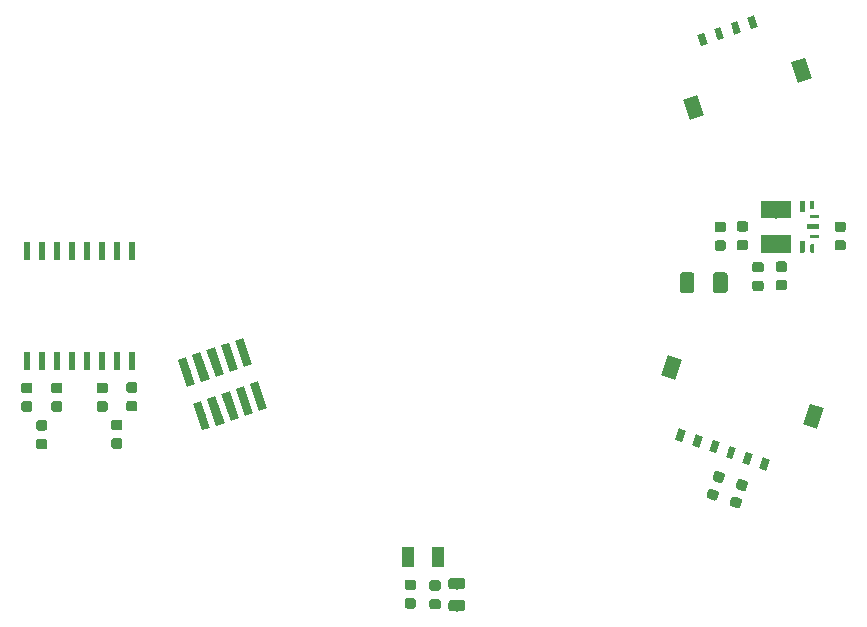
<source format=gbr>
G04 #@! TF.GenerationSoftware,KiCad,Pcbnew,6.0.0-rc1-unknown-3eb3db0~66~ubuntu18.04.1*
G04 #@! TF.CreationDate,2018-08-10T12:26:18-07:00*
G04 #@! TF.ProjectId,main_board_onion,6D61696E5F626F6172645F6F6E696F6E,rev?*
G04 #@! TF.SameCoordinates,Original*
G04 #@! TF.FileFunction,Paste,Bot*
G04 #@! TF.FilePolarity,Positive*
%FSLAX46Y46*%
G04 Gerber Fmt 4.6, Leading zero omitted, Abs format (unit mm)*
G04 Created by KiCad (PCBNEW 6.0.0-rc1-unknown-3eb3db0~66~ubuntu18.04.1) date Fri Aug 10 12:26:18 2018*
%MOMM*%
%LPD*%
G01*
G04 APERTURE LIST*
%ADD10C,0.100000*%
%ADD11C,1.500000*%
%ADD12C,0.300000*%
%ADD13C,0.400000*%
%ADD14C,0.875000*%
%ADD15C,0.740000*%
%ADD16C,1.250000*%
%ADD17C,0.600000*%
%ADD18C,0.975000*%
%ADD19R,0.600000X1.500000*%
%ADD20R,1.000000X1.800000*%
G04 APERTURE END LIST*
D10*
G04 #@! TO.C,U1*
G36*
X179611611Y-87180617D02*
X179615979Y-87181265D01*
X179620263Y-87182338D01*
X179624421Y-87183825D01*
X179628413Y-87185714D01*
X179632201Y-87187984D01*
X179635748Y-87190615D01*
X179639020Y-87193580D01*
X179641985Y-87196852D01*
X179644616Y-87200399D01*
X179646886Y-87204187D01*
X179648775Y-87208179D01*
X179650262Y-87212337D01*
X179651335Y-87216621D01*
X179651983Y-87220989D01*
X179652200Y-87225400D01*
X179652200Y-88635400D01*
X179651983Y-88639811D01*
X179651335Y-88644179D01*
X179650262Y-88648463D01*
X179648775Y-88652621D01*
X179646886Y-88656613D01*
X179644616Y-88660401D01*
X179641985Y-88663948D01*
X179639020Y-88667220D01*
X179635748Y-88670185D01*
X179632201Y-88672816D01*
X179628413Y-88675086D01*
X179624421Y-88676975D01*
X179620263Y-88678462D01*
X179615979Y-88679535D01*
X179611611Y-88680183D01*
X179607200Y-88680400D01*
X177147200Y-88680400D01*
X177142789Y-88680183D01*
X177138421Y-88679535D01*
X177134137Y-88678462D01*
X177129979Y-88676975D01*
X177125987Y-88675086D01*
X177122199Y-88672816D01*
X177118652Y-88670185D01*
X177115380Y-88667220D01*
X177112415Y-88663948D01*
X177109784Y-88660401D01*
X177107514Y-88656613D01*
X177105625Y-88652621D01*
X177104138Y-88648463D01*
X177103065Y-88644179D01*
X177102417Y-88639811D01*
X177102200Y-88635400D01*
X177102200Y-87225400D01*
X177102417Y-87220989D01*
X177103065Y-87216621D01*
X177104138Y-87212337D01*
X177105625Y-87208179D01*
X177107514Y-87204187D01*
X177109784Y-87200399D01*
X177112415Y-87196852D01*
X177115380Y-87193580D01*
X177118652Y-87190615D01*
X177122199Y-87187984D01*
X177125987Y-87185714D01*
X177129979Y-87183825D01*
X177134137Y-87182338D01*
X177138421Y-87181265D01*
X177142789Y-87180617D01*
X177147200Y-87180400D01*
X179607200Y-87180400D01*
X179611611Y-87180617D01*
X179611611Y-87180617D01*
G37*
D11*
X178377200Y-87930400D03*
D10*
G36*
X179611611Y-90080617D02*
X179615979Y-90081265D01*
X179620263Y-90082338D01*
X179624421Y-90083825D01*
X179628413Y-90085714D01*
X179632201Y-90087984D01*
X179635748Y-90090615D01*
X179639020Y-90093580D01*
X179641985Y-90096852D01*
X179644616Y-90100399D01*
X179646886Y-90104187D01*
X179648775Y-90108179D01*
X179650262Y-90112337D01*
X179651335Y-90116621D01*
X179651983Y-90120989D01*
X179652200Y-90125400D01*
X179652200Y-91535400D01*
X179651983Y-91539811D01*
X179651335Y-91544179D01*
X179650262Y-91548463D01*
X179648775Y-91552621D01*
X179646886Y-91556613D01*
X179644616Y-91560401D01*
X179641985Y-91563948D01*
X179639020Y-91567220D01*
X179635748Y-91570185D01*
X179632201Y-91572816D01*
X179628413Y-91575086D01*
X179624421Y-91576975D01*
X179620263Y-91578462D01*
X179615979Y-91579535D01*
X179611611Y-91580183D01*
X179607200Y-91580400D01*
X177147200Y-91580400D01*
X177142789Y-91580183D01*
X177138421Y-91579535D01*
X177134137Y-91578462D01*
X177129979Y-91576975D01*
X177125987Y-91575086D01*
X177122199Y-91572816D01*
X177118652Y-91570185D01*
X177115380Y-91567220D01*
X177112415Y-91563948D01*
X177109784Y-91560401D01*
X177107514Y-91556613D01*
X177105625Y-91552621D01*
X177104138Y-91548463D01*
X177103065Y-91544179D01*
X177102417Y-91539811D01*
X177102200Y-91535400D01*
X177102200Y-90125400D01*
X177102417Y-90120989D01*
X177103065Y-90116621D01*
X177104138Y-90112337D01*
X177105625Y-90108179D01*
X177107514Y-90104187D01*
X177109784Y-90100399D01*
X177112415Y-90096852D01*
X177115380Y-90093580D01*
X177118652Y-90090615D01*
X177122199Y-90087984D01*
X177125987Y-90085714D01*
X177129979Y-90083825D01*
X177134137Y-90082338D01*
X177138421Y-90081265D01*
X177142789Y-90080617D01*
X177147200Y-90080400D01*
X179607200Y-90080400D01*
X179611611Y-90080617D01*
X179611611Y-90080617D01*
G37*
D11*
X178377200Y-90830400D03*
D10*
G36*
X181536611Y-87180617D02*
X181540979Y-87181265D01*
X181545263Y-87182338D01*
X181549421Y-87183825D01*
X181553413Y-87185714D01*
X181557201Y-87187984D01*
X181560748Y-87190615D01*
X181564020Y-87193580D01*
X181566985Y-87196852D01*
X181569616Y-87200399D01*
X181571886Y-87204187D01*
X181573775Y-87208179D01*
X181575262Y-87212337D01*
X181576335Y-87216621D01*
X181576983Y-87220989D01*
X181577200Y-87225400D01*
X181577200Y-87835400D01*
X181576983Y-87839811D01*
X181576335Y-87844179D01*
X181575262Y-87848463D01*
X181573775Y-87852621D01*
X181571886Y-87856613D01*
X181569616Y-87860401D01*
X181566985Y-87863948D01*
X181564020Y-87867220D01*
X181560748Y-87870185D01*
X181557201Y-87872816D01*
X181553413Y-87875086D01*
X181549421Y-87876975D01*
X181545263Y-87878462D01*
X181540979Y-87879535D01*
X181536611Y-87880183D01*
X181532200Y-87880400D01*
X181322200Y-87880400D01*
X181317789Y-87880183D01*
X181313421Y-87879535D01*
X181309137Y-87878462D01*
X181304979Y-87876975D01*
X181300987Y-87875086D01*
X181297199Y-87872816D01*
X181293652Y-87870185D01*
X181290380Y-87867220D01*
X181287415Y-87863948D01*
X181284784Y-87860401D01*
X181282514Y-87856613D01*
X181280625Y-87852621D01*
X181279138Y-87848463D01*
X181278065Y-87844179D01*
X181277417Y-87839811D01*
X181277200Y-87835400D01*
X181277200Y-87225400D01*
X181277417Y-87220989D01*
X181278065Y-87216621D01*
X181279138Y-87212337D01*
X181280625Y-87208179D01*
X181282514Y-87204187D01*
X181284784Y-87200399D01*
X181287415Y-87196852D01*
X181290380Y-87193580D01*
X181293652Y-87190615D01*
X181297199Y-87187984D01*
X181300987Y-87185714D01*
X181304979Y-87183825D01*
X181309137Y-87182338D01*
X181313421Y-87181265D01*
X181317789Y-87180617D01*
X181322200Y-87180400D01*
X181532200Y-87180400D01*
X181536611Y-87180617D01*
X181536611Y-87180617D01*
G37*
D12*
X181427200Y-87530400D03*
D10*
G36*
X181936611Y-88380617D02*
X181940979Y-88381265D01*
X181945263Y-88382338D01*
X181949421Y-88383825D01*
X181953413Y-88385714D01*
X181957201Y-88387984D01*
X181960748Y-88390615D01*
X181964020Y-88393580D01*
X181966985Y-88396852D01*
X181969616Y-88400399D01*
X181971886Y-88404187D01*
X181973775Y-88408179D01*
X181975262Y-88412337D01*
X181976335Y-88416621D01*
X181976983Y-88420989D01*
X181977200Y-88425400D01*
X181977200Y-88635400D01*
X181976983Y-88639811D01*
X181976335Y-88644179D01*
X181975262Y-88648463D01*
X181973775Y-88652621D01*
X181971886Y-88656613D01*
X181969616Y-88660401D01*
X181966985Y-88663948D01*
X181964020Y-88667220D01*
X181960748Y-88670185D01*
X181957201Y-88672816D01*
X181953413Y-88675086D01*
X181949421Y-88676975D01*
X181945263Y-88678462D01*
X181940979Y-88679535D01*
X181936611Y-88680183D01*
X181932200Y-88680400D01*
X181322200Y-88680400D01*
X181317789Y-88680183D01*
X181313421Y-88679535D01*
X181309137Y-88678462D01*
X181304979Y-88676975D01*
X181300987Y-88675086D01*
X181297199Y-88672816D01*
X181293652Y-88670185D01*
X181290380Y-88667220D01*
X181287415Y-88663948D01*
X181284784Y-88660401D01*
X181282514Y-88656613D01*
X181280625Y-88652621D01*
X181279138Y-88648463D01*
X181278065Y-88644179D01*
X181277417Y-88639811D01*
X181277200Y-88635400D01*
X181277200Y-88425400D01*
X181277417Y-88420989D01*
X181278065Y-88416621D01*
X181279138Y-88412337D01*
X181280625Y-88408179D01*
X181282514Y-88404187D01*
X181284784Y-88400399D01*
X181287415Y-88396852D01*
X181290380Y-88393580D01*
X181293652Y-88390615D01*
X181297199Y-88387984D01*
X181300987Y-88385714D01*
X181304979Y-88383825D01*
X181309137Y-88382338D01*
X181313421Y-88381265D01*
X181317789Y-88380617D01*
X181322200Y-88380400D01*
X181932200Y-88380400D01*
X181936611Y-88380617D01*
X181936611Y-88380617D01*
G37*
D12*
X181627200Y-88530400D03*
D10*
G36*
X180733905Y-87180631D02*
X180738564Y-87181322D01*
X180743134Y-87182467D01*
X180747569Y-87184054D01*
X180751827Y-87186068D01*
X180755867Y-87188489D01*
X180759651Y-87191295D01*
X180763141Y-87194459D01*
X180766305Y-87197949D01*
X180769111Y-87201733D01*
X180771532Y-87205773D01*
X180773546Y-87210031D01*
X180775133Y-87214466D01*
X180776278Y-87219036D01*
X180776969Y-87223695D01*
X180777200Y-87228400D01*
X180777200Y-88132400D01*
X180776969Y-88137105D01*
X180776278Y-88141764D01*
X180775133Y-88146334D01*
X180773546Y-88150769D01*
X180771532Y-88155027D01*
X180769111Y-88159067D01*
X180766305Y-88162851D01*
X180763141Y-88166341D01*
X180759651Y-88169505D01*
X180755867Y-88172311D01*
X180751827Y-88174732D01*
X180747569Y-88176746D01*
X180743134Y-88178333D01*
X180738564Y-88179478D01*
X180733905Y-88180169D01*
X180729200Y-88180400D01*
X180425200Y-88180400D01*
X180420495Y-88180169D01*
X180415836Y-88179478D01*
X180411266Y-88178333D01*
X180406831Y-88176746D01*
X180402573Y-88174732D01*
X180398533Y-88172311D01*
X180394749Y-88169505D01*
X180391259Y-88166341D01*
X180388095Y-88162851D01*
X180385289Y-88159067D01*
X180382868Y-88155027D01*
X180380854Y-88150769D01*
X180379267Y-88146334D01*
X180378122Y-88141764D01*
X180377431Y-88137105D01*
X180377200Y-88132400D01*
X180377200Y-87228400D01*
X180377431Y-87223695D01*
X180378122Y-87219036D01*
X180379267Y-87214466D01*
X180380854Y-87210031D01*
X180382868Y-87205773D01*
X180385289Y-87201733D01*
X180388095Y-87197949D01*
X180391259Y-87194459D01*
X180394749Y-87191295D01*
X180398533Y-87188489D01*
X180402573Y-87186068D01*
X180406831Y-87184054D01*
X180411266Y-87182467D01*
X180415836Y-87181322D01*
X180420495Y-87180631D01*
X180425200Y-87180400D01*
X180729200Y-87180400D01*
X180733905Y-87180631D01*
X180733905Y-87180631D01*
G37*
D13*
X180577200Y-87680400D03*
D10*
G36*
X181933905Y-89180631D02*
X181938564Y-89181322D01*
X181943134Y-89182467D01*
X181947569Y-89184054D01*
X181951827Y-89186068D01*
X181955867Y-89188489D01*
X181959651Y-89191295D01*
X181963141Y-89194459D01*
X181966305Y-89197949D01*
X181969111Y-89201733D01*
X181971532Y-89205773D01*
X181973546Y-89210031D01*
X181975133Y-89214466D01*
X181976278Y-89219036D01*
X181976969Y-89223695D01*
X181977200Y-89228400D01*
X181977200Y-89532400D01*
X181976969Y-89537105D01*
X181976278Y-89541764D01*
X181975133Y-89546334D01*
X181973546Y-89550769D01*
X181971532Y-89555027D01*
X181969111Y-89559067D01*
X181966305Y-89562851D01*
X181963141Y-89566341D01*
X181959651Y-89569505D01*
X181955867Y-89572311D01*
X181951827Y-89574732D01*
X181947569Y-89576746D01*
X181943134Y-89578333D01*
X181938564Y-89579478D01*
X181933905Y-89580169D01*
X181929200Y-89580400D01*
X181025200Y-89580400D01*
X181020495Y-89580169D01*
X181015836Y-89579478D01*
X181011266Y-89578333D01*
X181006831Y-89576746D01*
X181002573Y-89574732D01*
X180998533Y-89572311D01*
X180994749Y-89569505D01*
X180991259Y-89566341D01*
X180988095Y-89562851D01*
X180985289Y-89559067D01*
X180982868Y-89555027D01*
X180980854Y-89550769D01*
X180979267Y-89546334D01*
X180978122Y-89541764D01*
X180977431Y-89537105D01*
X180977200Y-89532400D01*
X180977200Y-89228400D01*
X180977431Y-89223695D01*
X180978122Y-89219036D01*
X180979267Y-89214466D01*
X180980854Y-89210031D01*
X180982868Y-89205773D01*
X180985289Y-89201733D01*
X180988095Y-89197949D01*
X180991259Y-89194459D01*
X180994749Y-89191295D01*
X180998533Y-89188489D01*
X181002573Y-89186068D01*
X181006831Y-89184054D01*
X181011266Y-89182467D01*
X181015836Y-89181322D01*
X181020495Y-89180631D01*
X181025200Y-89180400D01*
X181929200Y-89180400D01*
X181933905Y-89180631D01*
X181933905Y-89180631D01*
G37*
D13*
X181477200Y-89380400D03*
D10*
G36*
X181936611Y-90080617D02*
X181940979Y-90081265D01*
X181945263Y-90082338D01*
X181949421Y-90083825D01*
X181953413Y-90085714D01*
X181957201Y-90087984D01*
X181960748Y-90090615D01*
X181964020Y-90093580D01*
X181966985Y-90096852D01*
X181969616Y-90100399D01*
X181971886Y-90104187D01*
X181973775Y-90108179D01*
X181975262Y-90112337D01*
X181976335Y-90116621D01*
X181976983Y-90120989D01*
X181977200Y-90125400D01*
X181977200Y-90335400D01*
X181976983Y-90339811D01*
X181976335Y-90344179D01*
X181975262Y-90348463D01*
X181973775Y-90352621D01*
X181971886Y-90356613D01*
X181969616Y-90360401D01*
X181966985Y-90363948D01*
X181964020Y-90367220D01*
X181960748Y-90370185D01*
X181957201Y-90372816D01*
X181953413Y-90375086D01*
X181949421Y-90376975D01*
X181945263Y-90378462D01*
X181940979Y-90379535D01*
X181936611Y-90380183D01*
X181932200Y-90380400D01*
X181322200Y-90380400D01*
X181317789Y-90380183D01*
X181313421Y-90379535D01*
X181309137Y-90378462D01*
X181304979Y-90376975D01*
X181300987Y-90375086D01*
X181297199Y-90372816D01*
X181293652Y-90370185D01*
X181290380Y-90367220D01*
X181287415Y-90363948D01*
X181284784Y-90360401D01*
X181282514Y-90356613D01*
X181280625Y-90352621D01*
X181279138Y-90348463D01*
X181278065Y-90344179D01*
X181277417Y-90339811D01*
X181277200Y-90335400D01*
X181277200Y-90125400D01*
X181277417Y-90120989D01*
X181278065Y-90116621D01*
X181279138Y-90112337D01*
X181280625Y-90108179D01*
X181282514Y-90104187D01*
X181284784Y-90100399D01*
X181287415Y-90096852D01*
X181290380Y-90093580D01*
X181293652Y-90090615D01*
X181297199Y-90087984D01*
X181300987Y-90085714D01*
X181304979Y-90083825D01*
X181309137Y-90082338D01*
X181313421Y-90081265D01*
X181317789Y-90080617D01*
X181322200Y-90080400D01*
X181932200Y-90080400D01*
X181936611Y-90080617D01*
X181936611Y-90080617D01*
G37*
D12*
X181627200Y-90230400D03*
D10*
G36*
X180733905Y-90580631D02*
X180738564Y-90581322D01*
X180743134Y-90582467D01*
X180747569Y-90584054D01*
X180751827Y-90586068D01*
X180755867Y-90588489D01*
X180759651Y-90591295D01*
X180763141Y-90594459D01*
X180766305Y-90597949D01*
X180769111Y-90601733D01*
X180771532Y-90605773D01*
X180773546Y-90610031D01*
X180775133Y-90614466D01*
X180776278Y-90619036D01*
X180776969Y-90623695D01*
X180777200Y-90628400D01*
X180777200Y-91532400D01*
X180776969Y-91537105D01*
X180776278Y-91541764D01*
X180775133Y-91546334D01*
X180773546Y-91550769D01*
X180771532Y-91555027D01*
X180769111Y-91559067D01*
X180766305Y-91562851D01*
X180763141Y-91566341D01*
X180759651Y-91569505D01*
X180755867Y-91572311D01*
X180751827Y-91574732D01*
X180747569Y-91576746D01*
X180743134Y-91578333D01*
X180738564Y-91579478D01*
X180733905Y-91580169D01*
X180729200Y-91580400D01*
X180425200Y-91580400D01*
X180420495Y-91580169D01*
X180415836Y-91579478D01*
X180411266Y-91578333D01*
X180406831Y-91576746D01*
X180402573Y-91574732D01*
X180398533Y-91572311D01*
X180394749Y-91569505D01*
X180391259Y-91566341D01*
X180388095Y-91562851D01*
X180385289Y-91559067D01*
X180382868Y-91555027D01*
X180380854Y-91550769D01*
X180379267Y-91546334D01*
X180378122Y-91541764D01*
X180377431Y-91537105D01*
X180377200Y-91532400D01*
X180377200Y-90628400D01*
X180377431Y-90623695D01*
X180378122Y-90619036D01*
X180379267Y-90614466D01*
X180380854Y-90610031D01*
X180382868Y-90605773D01*
X180385289Y-90601733D01*
X180388095Y-90597949D01*
X180391259Y-90594459D01*
X180394749Y-90591295D01*
X180398533Y-90588489D01*
X180402573Y-90586068D01*
X180406831Y-90584054D01*
X180411266Y-90582467D01*
X180415836Y-90581322D01*
X180420495Y-90580631D01*
X180425200Y-90580400D01*
X180729200Y-90580400D01*
X180733905Y-90580631D01*
X180733905Y-90580631D01*
G37*
D13*
X180577200Y-91080400D03*
D10*
G36*
X181536611Y-90880617D02*
X181540979Y-90881265D01*
X181545263Y-90882338D01*
X181549421Y-90883825D01*
X181553413Y-90885714D01*
X181557201Y-90887984D01*
X181560748Y-90890615D01*
X181564020Y-90893580D01*
X181566985Y-90896852D01*
X181569616Y-90900399D01*
X181571886Y-90904187D01*
X181573775Y-90908179D01*
X181575262Y-90912337D01*
X181576335Y-90916621D01*
X181576983Y-90920989D01*
X181577200Y-90925400D01*
X181577200Y-91535400D01*
X181576983Y-91539811D01*
X181576335Y-91544179D01*
X181575262Y-91548463D01*
X181573775Y-91552621D01*
X181571886Y-91556613D01*
X181569616Y-91560401D01*
X181566985Y-91563948D01*
X181564020Y-91567220D01*
X181560748Y-91570185D01*
X181557201Y-91572816D01*
X181553413Y-91575086D01*
X181549421Y-91576975D01*
X181545263Y-91578462D01*
X181540979Y-91579535D01*
X181536611Y-91580183D01*
X181532200Y-91580400D01*
X181322200Y-91580400D01*
X181317789Y-91580183D01*
X181313421Y-91579535D01*
X181309137Y-91578462D01*
X181304979Y-91576975D01*
X181300987Y-91575086D01*
X181297199Y-91572816D01*
X181293652Y-91570185D01*
X181290380Y-91567220D01*
X181287415Y-91563948D01*
X181284784Y-91560401D01*
X181282514Y-91556613D01*
X181280625Y-91552621D01*
X181279138Y-91548463D01*
X181278065Y-91544179D01*
X181277417Y-91539811D01*
X181277200Y-91535400D01*
X181277200Y-90925400D01*
X181277417Y-90920989D01*
X181278065Y-90916621D01*
X181279138Y-90912337D01*
X181280625Y-90908179D01*
X181282514Y-90904187D01*
X181284784Y-90900399D01*
X181287415Y-90896852D01*
X181290380Y-90893580D01*
X181293652Y-90890615D01*
X181297199Y-90887984D01*
X181300987Y-90885714D01*
X181304979Y-90883825D01*
X181309137Y-90882338D01*
X181313421Y-90881265D01*
X181317789Y-90880617D01*
X181322200Y-90880400D01*
X181532200Y-90880400D01*
X181536611Y-90880617D01*
X181536611Y-90880617D01*
G37*
D12*
X181427200Y-91230400D03*
G04 #@! TD*
D10*
G04 #@! TO.C,C3*
G36*
X175791691Y-90495553D02*
X175812926Y-90498703D01*
X175833750Y-90503919D01*
X175853962Y-90511151D01*
X175873368Y-90520330D01*
X175891781Y-90531366D01*
X175909024Y-90544154D01*
X175924930Y-90558570D01*
X175939346Y-90574476D01*
X175952134Y-90591719D01*
X175963170Y-90610132D01*
X175972349Y-90629538D01*
X175979581Y-90649750D01*
X175984797Y-90670574D01*
X175987947Y-90691809D01*
X175989000Y-90713250D01*
X175989000Y-91150750D01*
X175987947Y-91172191D01*
X175984797Y-91193426D01*
X175979581Y-91214250D01*
X175972349Y-91234462D01*
X175963170Y-91253868D01*
X175952134Y-91272281D01*
X175939346Y-91289524D01*
X175924930Y-91305430D01*
X175909024Y-91319846D01*
X175891781Y-91332634D01*
X175873368Y-91343670D01*
X175853962Y-91352849D01*
X175833750Y-91360081D01*
X175812926Y-91365297D01*
X175791691Y-91368447D01*
X175770250Y-91369500D01*
X175257750Y-91369500D01*
X175236309Y-91368447D01*
X175215074Y-91365297D01*
X175194250Y-91360081D01*
X175174038Y-91352849D01*
X175154632Y-91343670D01*
X175136219Y-91332634D01*
X175118976Y-91319846D01*
X175103070Y-91305430D01*
X175088654Y-91289524D01*
X175075866Y-91272281D01*
X175064830Y-91253868D01*
X175055651Y-91234462D01*
X175048419Y-91214250D01*
X175043203Y-91193426D01*
X175040053Y-91172191D01*
X175039000Y-91150750D01*
X175039000Y-90713250D01*
X175040053Y-90691809D01*
X175043203Y-90670574D01*
X175048419Y-90649750D01*
X175055651Y-90629538D01*
X175064830Y-90610132D01*
X175075866Y-90591719D01*
X175088654Y-90574476D01*
X175103070Y-90558570D01*
X175118976Y-90544154D01*
X175136219Y-90531366D01*
X175154632Y-90520330D01*
X175174038Y-90511151D01*
X175194250Y-90503919D01*
X175215074Y-90498703D01*
X175236309Y-90495553D01*
X175257750Y-90494500D01*
X175770250Y-90494500D01*
X175791691Y-90495553D01*
X175791691Y-90495553D01*
G37*
D14*
X175514000Y-90932000D03*
D10*
G36*
X175791691Y-88920553D02*
X175812926Y-88923703D01*
X175833750Y-88928919D01*
X175853962Y-88936151D01*
X175873368Y-88945330D01*
X175891781Y-88956366D01*
X175909024Y-88969154D01*
X175924930Y-88983570D01*
X175939346Y-88999476D01*
X175952134Y-89016719D01*
X175963170Y-89035132D01*
X175972349Y-89054538D01*
X175979581Y-89074750D01*
X175984797Y-89095574D01*
X175987947Y-89116809D01*
X175989000Y-89138250D01*
X175989000Y-89575750D01*
X175987947Y-89597191D01*
X175984797Y-89618426D01*
X175979581Y-89639250D01*
X175972349Y-89659462D01*
X175963170Y-89678868D01*
X175952134Y-89697281D01*
X175939346Y-89714524D01*
X175924930Y-89730430D01*
X175909024Y-89744846D01*
X175891781Y-89757634D01*
X175873368Y-89768670D01*
X175853962Y-89777849D01*
X175833750Y-89785081D01*
X175812926Y-89790297D01*
X175791691Y-89793447D01*
X175770250Y-89794500D01*
X175257750Y-89794500D01*
X175236309Y-89793447D01*
X175215074Y-89790297D01*
X175194250Y-89785081D01*
X175174038Y-89777849D01*
X175154632Y-89768670D01*
X175136219Y-89757634D01*
X175118976Y-89744846D01*
X175103070Y-89730430D01*
X175088654Y-89714524D01*
X175075866Y-89697281D01*
X175064830Y-89678868D01*
X175055651Y-89659462D01*
X175048419Y-89639250D01*
X175043203Y-89618426D01*
X175040053Y-89597191D01*
X175039000Y-89575750D01*
X175039000Y-89138250D01*
X175040053Y-89116809D01*
X175043203Y-89095574D01*
X175048419Y-89074750D01*
X175055651Y-89054538D01*
X175064830Y-89035132D01*
X175075866Y-89016719D01*
X175088654Y-88999476D01*
X175103070Y-88983570D01*
X175118976Y-88969154D01*
X175136219Y-88956366D01*
X175154632Y-88945330D01*
X175174038Y-88936151D01*
X175194250Y-88928919D01*
X175215074Y-88923703D01*
X175236309Y-88920553D01*
X175257750Y-88919500D01*
X175770250Y-88919500D01*
X175791691Y-88920553D01*
X175791691Y-88920553D01*
G37*
D14*
X175514000Y-89357000D03*
G04 #@! TD*
D10*
G04 #@! TO.C,C4*
G36*
X173912091Y-88971553D02*
X173933326Y-88974703D01*
X173954150Y-88979919D01*
X173974362Y-88987151D01*
X173993768Y-88996330D01*
X174012181Y-89007366D01*
X174029424Y-89020154D01*
X174045330Y-89034570D01*
X174059746Y-89050476D01*
X174072534Y-89067719D01*
X174083570Y-89086132D01*
X174092749Y-89105538D01*
X174099981Y-89125750D01*
X174105197Y-89146574D01*
X174108347Y-89167809D01*
X174109400Y-89189250D01*
X174109400Y-89626750D01*
X174108347Y-89648191D01*
X174105197Y-89669426D01*
X174099981Y-89690250D01*
X174092749Y-89710462D01*
X174083570Y-89729868D01*
X174072534Y-89748281D01*
X174059746Y-89765524D01*
X174045330Y-89781430D01*
X174029424Y-89795846D01*
X174012181Y-89808634D01*
X173993768Y-89819670D01*
X173974362Y-89828849D01*
X173954150Y-89836081D01*
X173933326Y-89841297D01*
X173912091Y-89844447D01*
X173890650Y-89845500D01*
X173378150Y-89845500D01*
X173356709Y-89844447D01*
X173335474Y-89841297D01*
X173314650Y-89836081D01*
X173294438Y-89828849D01*
X173275032Y-89819670D01*
X173256619Y-89808634D01*
X173239376Y-89795846D01*
X173223470Y-89781430D01*
X173209054Y-89765524D01*
X173196266Y-89748281D01*
X173185230Y-89729868D01*
X173176051Y-89710462D01*
X173168819Y-89690250D01*
X173163603Y-89669426D01*
X173160453Y-89648191D01*
X173159400Y-89626750D01*
X173159400Y-89189250D01*
X173160453Y-89167809D01*
X173163603Y-89146574D01*
X173168819Y-89125750D01*
X173176051Y-89105538D01*
X173185230Y-89086132D01*
X173196266Y-89067719D01*
X173209054Y-89050476D01*
X173223470Y-89034570D01*
X173239376Y-89020154D01*
X173256619Y-89007366D01*
X173275032Y-88996330D01*
X173294438Y-88987151D01*
X173314650Y-88979919D01*
X173335474Y-88974703D01*
X173356709Y-88971553D01*
X173378150Y-88970500D01*
X173890650Y-88970500D01*
X173912091Y-88971553D01*
X173912091Y-88971553D01*
G37*
D14*
X173634400Y-89408000D03*
D10*
G36*
X173912091Y-90546553D02*
X173933326Y-90549703D01*
X173954150Y-90554919D01*
X173974362Y-90562151D01*
X173993768Y-90571330D01*
X174012181Y-90582366D01*
X174029424Y-90595154D01*
X174045330Y-90609570D01*
X174059746Y-90625476D01*
X174072534Y-90642719D01*
X174083570Y-90661132D01*
X174092749Y-90680538D01*
X174099981Y-90700750D01*
X174105197Y-90721574D01*
X174108347Y-90742809D01*
X174109400Y-90764250D01*
X174109400Y-91201750D01*
X174108347Y-91223191D01*
X174105197Y-91244426D01*
X174099981Y-91265250D01*
X174092749Y-91285462D01*
X174083570Y-91304868D01*
X174072534Y-91323281D01*
X174059746Y-91340524D01*
X174045330Y-91356430D01*
X174029424Y-91370846D01*
X174012181Y-91383634D01*
X173993768Y-91394670D01*
X173974362Y-91403849D01*
X173954150Y-91411081D01*
X173933326Y-91416297D01*
X173912091Y-91419447D01*
X173890650Y-91420500D01*
X173378150Y-91420500D01*
X173356709Y-91419447D01*
X173335474Y-91416297D01*
X173314650Y-91411081D01*
X173294438Y-91403849D01*
X173275032Y-91394670D01*
X173256619Y-91383634D01*
X173239376Y-91370846D01*
X173223470Y-91356430D01*
X173209054Y-91340524D01*
X173196266Y-91323281D01*
X173185230Y-91304868D01*
X173176051Y-91285462D01*
X173168819Y-91265250D01*
X173163603Y-91244426D01*
X173160453Y-91223191D01*
X173159400Y-91201750D01*
X173159400Y-90764250D01*
X173160453Y-90742809D01*
X173163603Y-90721574D01*
X173168819Y-90700750D01*
X173176051Y-90680538D01*
X173185230Y-90661132D01*
X173196266Y-90642719D01*
X173209054Y-90625476D01*
X173223470Y-90609570D01*
X173239376Y-90595154D01*
X173256619Y-90582366D01*
X173275032Y-90571330D01*
X173294438Y-90562151D01*
X173314650Y-90554919D01*
X173335474Y-90549703D01*
X173356709Y-90546553D01*
X173378150Y-90545500D01*
X173890650Y-90545500D01*
X173912091Y-90546553D01*
X173912091Y-90546553D01*
G37*
D14*
X173634400Y-90983000D03*
G04 #@! TD*
D10*
G04 #@! TO.C,R1*
G36*
X177112491Y-92374953D02*
X177133726Y-92378103D01*
X177154550Y-92383319D01*
X177174762Y-92390551D01*
X177194168Y-92399730D01*
X177212581Y-92410766D01*
X177229824Y-92423554D01*
X177245730Y-92437970D01*
X177260146Y-92453876D01*
X177272934Y-92471119D01*
X177283970Y-92489532D01*
X177293149Y-92508938D01*
X177300381Y-92529150D01*
X177305597Y-92549974D01*
X177308747Y-92571209D01*
X177309800Y-92592650D01*
X177309800Y-93030150D01*
X177308747Y-93051591D01*
X177305597Y-93072826D01*
X177300381Y-93093650D01*
X177293149Y-93113862D01*
X177283970Y-93133268D01*
X177272934Y-93151681D01*
X177260146Y-93168924D01*
X177245730Y-93184830D01*
X177229824Y-93199246D01*
X177212581Y-93212034D01*
X177194168Y-93223070D01*
X177174762Y-93232249D01*
X177154550Y-93239481D01*
X177133726Y-93244697D01*
X177112491Y-93247847D01*
X177091050Y-93248900D01*
X176578550Y-93248900D01*
X176557109Y-93247847D01*
X176535874Y-93244697D01*
X176515050Y-93239481D01*
X176494838Y-93232249D01*
X176475432Y-93223070D01*
X176457019Y-93212034D01*
X176439776Y-93199246D01*
X176423870Y-93184830D01*
X176409454Y-93168924D01*
X176396666Y-93151681D01*
X176385630Y-93133268D01*
X176376451Y-93113862D01*
X176369219Y-93093650D01*
X176364003Y-93072826D01*
X176360853Y-93051591D01*
X176359800Y-93030150D01*
X176359800Y-92592650D01*
X176360853Y-92571209D01*
X176364003Y-92549974D01*
X176369219Y-92529150D01*
X176376451Y-92508938D01*
X176385630Y-92489532D01*
X176396666Y-92471119D01*
X176409454Y-92453876D01*
X176423870Y-92437970D01*
X176439776Y-92423554D01*
X176457019Y-92410766D01*
X176475432Y-92399730D01*
X176494838Y-92390551D01*
X176515050Y-92383319D01*
X176535874Y-92378103D01*
X176557109Y-92374953D01*
X176578550Y-92373900D01*
X177091050Y-92373900D01*
X177112491Y-92374953D01*
X177112491Y-92374953D01*
G37*
D14*
X176834800Y-92811400D03*
D10*
G36*
X177112491Y-93949953D02*
X177133726Y-93953103D01*
X177154550Y-93958319D01*
X177174762Y-93965551D01*
X177194168Y-93974730D01*
X177212581Y-93985766D01*
X177229824Y-93998554D01*
X177245730Y-94012970D01*
X177260146Y-94028876D01*
X177272934Y-94046119D01*
X177283970Y-94064532D01*
X177293149Y-94083938D01*
X177300381Y-94104150D01*
X177305597Y-94124974D01*
X177308747Y-94146209D01*
X177309800Y-94167650D01*
X177309800Y-94605150D01*
X177308747Y-94626591D01*
X177305597Y-94647826D01*
X177300381Y-94668650D01*
X177293149Y-94688862D01*
X177283970Y-94708268D01*
X177272934Y-94726681D01*
X177260146Y-94743924D01*
X177245730Y-94759830D01*
X177229824Y-94774246D01*
X177212581Y-94787034D01*
X177194168Y-94798070D01*
X177174762Y-94807249D01*
X177154550Y-94814481D01*
X177133726Y-94819697D01*
X177112491Y-94822847D01*
X177091050Y-94823900D01*
X176578550Y-94823900D01*
X176557109Y-94822847D01*
X176535874Y-94819697D01*
X176515050Y-94814481D01*
X176494838Y-94807249D01*
X176475432Y-94798070D01*
X176457019Y-94787034D01*
X176439776Y-94774246D01*
X176423870Y-94759830D01*
X176409454Y-94743924D01*
X176396666Y-94726681D01*
X176385630Y-94708268D01*
X176376451Y-94688862D01*
X176369219Y-94668650D01*
X176364003Y-94647826D01*
X176360853Y-94626591D01*
X176359800Y-94605150D01*
X176359800Y-94167650D01*
X176360853Y-94146209D01*
X176364003Y-94124974D01*
X176369219Y-94104150D01*
X176376451Y-94083938D01*
X176385630Y-94064532D01*
X176396666Y-94046119D01*
X176409454Y-94028876D01*
X176423870Y-94012970D01*
X176439776Y-93998554D01*
X176457019Y-93985766D01*
X176475432Y-93974730D01*
X176494838Y-93965551D01*
X176515050Y-93958319D01*
X176535874Y-93953103D01*
X176557109Y-93949953D01*
X176578550Y-93948900D01*
X177091050Y-93948900D01*
X177112491Y-93949953D01*
X177112491Y-93949953D01*
G37*
D14*
X176834800Y-94386400D03*
G04 #@! TD*
D10*
G04 #@! TO.C,C1*
G36*
X184072091Y-90521053D02*
X184093326Y-90524203D01*
X184114150Y-90529419D01*
X184134362Y-90536651D01*
X184153768Y-90545830D01*
X184172181Y-90556866D01*
X184189424Y-90569654D01*
X184205330Y-90584070D01*
X184219746Y-90599976D01*
X184232534Y-90617219D01*
X184243570Y-90635632D01*
X184252749Y-90655038D01*
X184259981Y-90675250D01*
X184265197Y-90696074D01*
X184268347Y-90717309D01*
X184269400Y-90738750D01*
X184269400Y-91176250D01*
X184268347Y-91197691D01*
X184265197Y-91218926D01*
X184259981Y-91239750D01*
X184252749Y-91259962D01*
X184243570Y-91279368D01*
X184232534Y-91297781D01*
X184219746Y-91315024D01*
X184205330Y-91330930D01*
X184189424Y-91345346D01*
X184172181Y-91358134D01*
X184153768Y-91369170D01*
X184134362Y-91378349D01*
X184114150Y-91385581D01*
X184093326Y-91390797D01*
X184072091Y-91393947D01*
X184050650Y-91395000D01*
X183538150Y-91395000D01*
X183516709Y-91393947D01*
X183495474Y-91390797D01*
X183474650Y-91385581D01*
X183454438Y-91378349D01*
X183435032Y-91369170D01*
X183416619Y-91358134D01*
X183399376Y-91345346D01*
X183383470Y-91330930D01*
X183369054Y-91315024D01*
X183356266Y-91297781D01*
X183345230Y-91279368D01*
X183336051Y-91259962D01*
X183328819Y-91239750D01*
X183323603Y-91218926D01*
X183320453Y-91197691D01*
X183319400Y-91176250D01*
X183319400Y-90738750D01*
X183320453Y-90717309D01*
X183323603Y-90696074D01*
X183328819Y-90675250D01*
X183336051Y-90655038D01*
X183345230Y-90635632D01*
X183356266Y-90617219D01*
X183369054Y-90599976D01*
X183383470Y-90584070D01*
X183399376Y-90569654D01*
X183416619Y-90556866D01*
X183435032Y-90545830D01*
X183454438Y-90536651D01*
X183474650Y-90529419D01*
X183495474Y-90524203D01*
X183516709Y-90521053D01*
X183538150Y-90520000D01*
X184050650Y-90520000D01*
X184072091Y-90521053D01*
X184072091Y-90521053D01*
G37*
D14*
X183794400Y-90957500D03*
D10*
G36*
X184072091Y-88946053D02*
X184093326Y-88949203D01*
X184114150Y-88954419D01*
X184134362Y-88961651D01*
X184153768Y-88970830D01*
X184172181Y-88981866D01*
X184189424Y-88994654D01*
X184205330Y-89009070D01*
X184219746Y-89024976D01*
X184232534Y-89042219D01*
X184243570Y-89060632D01*
X184252749Y-89080038D01*
X184259981Y-89100250D01*
X184265197Y-89121074D01*
X184268347Y-89142309D01*
X184269400Y-89163750D01*
X184269400Y-89601250D01*
X184268347Y-89622691D01*
X184265197Y-89643926D01*
X184259981Y-89664750D01*
X184252749Y-89684962D01*
X184243570Y-89704368D01*
X184232534Y-89722781D01*
X184219746Y-89740024D01*
X184205330Y-89755930D01*
X184189424Y-89770346D01*
X184172181Y-89783134D01*
X184153768Y-89794170D01*
X184134362Y-89803349D01*
X184114150Y-89810581D01*
X184093326Y-89815797D01*
X184072091Y-89818947D01*
X184050650Y-89820000D01*
X183538150Y-89820000D01*
X183516709Y-89818947D01*
X183495474Y-89815797D01*
X183474650Y-89810581D01*
X183454438Y-89803349D01*
X183435032Y-89794170D01*
X183416619Y-89783134D01*
X183399376Y-89770346D01*
X183383470Y-89755930D01*
X183369054Y-89740024D01*
X183356266Y-89722781D01*
X183345230Y-89704368D01*
X183336051Y-89684962D01*
X183328819Y-89664750D01*
X183323603Y-89643926D01*
X183320453Y-89622691D01*
X183319400Y-89601250D01*
X183319400Y-89163750D01*
X183320453Y-89142309D01*
X183323603Y-89121074D01*
X183328819Y-89100250D01*
X183336051Y-89080038D01*
X183345230Y-89060632D01*
X183356266Y-89042219D01*
X183369054Y-89024976D01*
X183383470Y-89009070D01*
X183399376Y-88994654D01*
X183416619Y-88981866D01*
X183435032Y-88970830D01*
X183454438Y-88961651D01*
X183474650Y-88954419D01*
X183495474Y-88949203D01*
X183516709Y-88946053D01*
X183538150Y-88945000D01*
X184050650Y-88945000D01*
X184072091Y-88946053D01*
X184072091Y-88946053D01*
G37*
D14*
X183794400Y-89382500D03*
G04 #@! TD*
D10*
G04 #@! TO.C,C13*
G36*
X149769491Y-120899453D02*
X149790726Y-120902603D01*
X149811550Y-120907819D01*
X149831762Y-120915051D01*
X149851168Y-120924230D01*
X149869581Y-120935266D01*
X149886824Y-120948054D01*
X149902730Y-120962470D01*
X149917146Y-120978376D01*
X149929934Y-120995619D01*
X149940970Y-121014032D01*
X149950149Y-121033438D01*
X149957381Y-121053650D01*
X149962597Y-121074474D01*
X149965747Y-121095709D01*
X149966800Y-121117150D01*
X149966800Y-121554650D01*
X149965747Y-121576091D01*
X149962597Y-121597326D01*
X149957381Y-121618150D01*
X149950149Y-121638362D01*
X149940970Y-121657768D01*
X149929934Y-121676181D01*
X149917146Y-121693424D01*
X149902730Y-121709330D01*
X149886824Y-121723746D01*
X149869581Y-121736534D01*
X149851168Y-121747570D01*
X149831762Y-121756749D01*
X149811550Y-121763981D01*
X149790726Y-121769197D01*
X149769491Y-121772347D01*
X149748050Y-121773400D01*
X149235550Y-121773400D01*
X149214109Y-121772347D01*
X149192874Y-121769197D01*
X149172050Y-121763981D01*
X149151838Y-121756749D01*
X149132432Y-121747570D01*
X149114019Y-121736534D01*
X149096776Y-121723746D01*
X149080870Y-121709330D01*
X149066454Y-121693424D01*
X149053666Y-121676181D01*
X149042630Y-121657768D01*
X149033451Y-121638362D01*
X149026219Y-121618150D01*
X149021003Y-121597326D01*
X149017853Y-121576091D01*
X149016800Y-121554650D01*
X149016800Y-121117150D01*
X149017853Y-121095709D01*
X149021003Y-121074474D01*
X149026219Y-121053650D01*
X149033451Y-121033438D01*
X149042630Y-121014032D01*
X149053666Y-120995619D01*
X149066454Y-120978376D01*
X149080870Y-120962470D01*
X149096776Y-120948054D01*
X149114019Y-120935266D01*
X149132432Y-120924230D01*
X149151838Y-120915051D01*
X149172050Y-120907819D01*
X149192874Y-120902603D01*
X149214109Y-120899453D01*
X149235550Y-120898400D01*
X149748050Y-120898400D01*
X149769491Y-120899453D01*
X149769491Y-120899453D01*
G37*
D14*
X149491800Y-121335900D03*
D10*
G36*
X149769491Y-119324453D02*
X149790726Y-119327603D01*
X149811550Y-119332819D01*
X149831762Y-119340051D01*
X149851168Y-119349230D01*
X149869581Y-119360266D01*
X149886824Y-119373054D01*
X149902730Y-119387470D01*
X149917146Y-119403376D01*
X149929934Y-119420619D01*
X149940970Y-119439032D01*
X149950149Y-119458438D01*
X149957381Y-119478650D01*
X149962597Y-119499474D01*
X149965747Y-119520709D01*
X149966800Y-119542150D01*
X149966800Y-119979650D01*
X149965747Y-120001091D01*
X149962597Y-120022326D01*
X149957381Y-120043150D01*
X149950149Y-120063362D01*
X149940970Y-120082768D01*
X149929934Y-120101181D01*
X149917146Y-120118424D01*
X149902730Y-120134330D01*
X149886824Y-120148746D01*
X149869581Y-120161534D01*
X149851168Y-120172570D01*
X149831762Y-120181749D01*
X149811550Y-120188981D01*
X149790726Y-120194197D01*
X149769491Y-120197347D01*
X149748050Y-120198400D01*
X149235550Y-120198400D01*
X149214109Y-120197347D01*
X149192874Y-120194197D01*
X149172050Y-120188981D01*
X149151838Y-120181749D01*
X149132432Y-120172570D01*
X149114019Y-120161534D01*
X149096776Y-120148746D01*
X149080870Y-120134330D01*
X149066454Y-120118424D01*
X149053666Y-120101181D01*
X149042630Y-120082768D01*
X149033451Y-120063362D01*
X149026219Y-120043150D01*
X149021003Y-120022326D01*
X149017853Y-120001091D01*
X149016800Y-119979650D01*
X149016800Y-119542150D01*
X149017853Y-119520709D01*
X149021003Y-119499474D01*
X149026219Y-119478650D01*
X149033451Y-119458438D01*
X149042630Y-119439032D01*
X149053666Y-119420619D01*
X149066454Y-119403376D01*
X149080870Y-119387470D01*
X149096776Y-119373054D01*
X149114019Y-119360266D01*
X149132432Y-119349230D01*
X149151838Y-119340051D01*
X149172050Y-119332819D01*
X149192874Y-119327603D01*
X149214109Y-119324453D01*
X149235550Y-119323400D01*
X149748050Y-119323400D01*
X149769491Y-119324453D01*
X149769491Y-119324453D01*
G37*
D14*
X149491800Y-119760900D03*
G04 #@! TD*
D10*
G04 #@! TO.C,C14*
G36*
X147673991Y-119260953D02*
X147695226Y-119264103D01*
X147716050Y-119269319D01*
X147736262Y-119276551D01*
X147755668Y-119285730D01*
X147774081Y-119296766D01*
X147791324Y-119309554D01*
X147807230Y-119323970D01*
X147821646Y-119339876D01*
X147834434Y-119357119D01*
X147845470Y-119375532D01*
X147854649Y-119394938D01*
X147861881Y-119415150D01*
X147867097Y-119435974D01*
X147870247Y-119457209D01*
X147871300Y-119478650D01*
X147871300Y-119916150D01*
X147870247Y-119937591D01*
X147867097Y-119958826D01*
X147861881Y-119979650D01*
X147854649Y-119999862D01*
X147845470Y-120019268D01*
X147834434Y-120037681D01*
X147821646Y-120054924D01*
X147807230Y-120070830D01*
X147791324Y-120085246D01*
X147774081Y-120098034D01*
X147755668Y-120109070D01*
X147736262Y-120118249D01*
X147716050Y-120125481D01*
X147695226Y-120130697D01*
X147673991Y-120133847D01*
X147652550Y-120134900D01*
X147140050Y-120134900D01*
X147118609Y-120133847D01*
X147097374Y-120130697D01*
X147076550Y-120125481D01*
X147056338Y-120118249D01*
X147036932Y-120109070D01*
X147018519Y-120098034D01*
X147001276Y-120085246D01*
X146985370Y-120070830D01*
X146970954Y-120054924D01*
X146958166Y-120037681D01*
X146947130Y-120019268D01*
X146937951Y-119999862D01*
X146930719Y-119979650D01*
X146925503Y-119958826D01*
X146922353Y-119937591D01*
X146921300Y-119916150D01*
X146921300Y-119478650D01*
X146922353Y-119457209D01*
X146925503Y-119435974D01*
X146930719Y-119415150D01*
X146937951Y-119394938D01*
X146947130Y-119375532D01*
X146958166Y-119357119D01*
X146970954Y-119339876D01*
X146985370Y-119323970D01*
X147001276Y-119309554D01*
X147018519Y-119296766D01*
X147036932Y-119285730D01*
X147056338Y-119276551D01*
X147076550Y-119269319D01*
X147097374Y-119264103D01*
X147118609Y-119260953D01*
X147140050Y-119259900D01*
X147652550Y-119259900D01*
X147673991Y-119260953D01*
X147673991Y-119260953D01*
G37*
D14*
X147396300Y-119697400D03*
D10*
G36*
X147673991Y-120835953D02*
X147695226Y-120839103D01*
X147716050Y-120844319D01*
X147736262Y-120851551D01*
X147755668Y-120860730D01*
X147774081Y-120871766D01*
X147791324Y-120884554D01*
X147807230Y-120898970D01*
X147821646Y-120914876D01*
X147834434Y-120932119D01*
X147845470Y-120950532D01*
X147854649Y-120969938D01*
X147861881Y-120990150D01*
X147867097Y-121010974D01*
X147870247Y-121032209D01*
X147871300Y-121053650D01*
X147871300Y-121491150D01*
X147870247Y-121512591D01*
X147867097Y-121533826D01*
X147861881Y-121554650D01*
X147854649Y-121574862D01*
X147845470Y-121594268D01*
X147834434Y-121612681D01*
X147821646Y-121629924D01*
X147807230Y-121645830D01*
X147791324Y-121660246D01*
X147774081Y-121673034D01*
X147755668Y-121684070D01*
X147736262Y-121693249D01*
X147716050Y-121700481D01*
X147695226Y-121705697D01*
X147673991Y-121708847D01*
X147652550Y-121709900D01*
X147140050Y-121709900D01*
X147118609Y-121708847D01*
X147097374Y-121705697D01*
X147076550Y-121700481D01*
X147056338Y-121693249D01*
X147036932Y-121684070D01*
X147018519Y-121673034D01*
X147001276Y-121660246D01*
X146985370Y-121645830D01*
X146970954Y-121629924D01*
X146958166Y-121612681D01*
X146947130Y-121594268D01*
X146937951Y-121574862D01*
X146930719Y-121554650D01*
X146925503Y-121533826D01*
X146922353Y-121512591D01*
X146921300Y-121491150D01*
X146921300Y-121053650D01*
X146922353Y-121032209D01*
X146925503Y-121010974D01*
X146930719Y-120990150D01*
X146937951Y-120969938D01*
X146947130Y-120950532D01*
X146958166Y-120932119D01*
X146970954Y-120914876D01*
X146985370Y-120898970D01*
X147001276Y-120884554D01*
X147018519Y-120871766D01*
X147036932Y-120860730D01*
X147056338Y-120851551D01*
X147076550Y-120844319D01*
X147097374Y-120839103D01*
X147118609Y-120835953D01*
X147140050Y-120834900D01*
X147652550Y-120834900D01*
X147673991Y-120835953D01*
X147673991Y-120835953D01*
G37*
D14*
X147396300Y-121272400D03*
G04 #@! TD*
D10*
G04 #@! TO.C,C15*
G36*
X122832691Y-107297653D02*
X122853926Y-107300803D01*
X122874750Y-107306019D01*
X122894962Y-107313251D01*
X122914368Y-107322430D01*
X122932781Y-107333466D01*
X122950024Y-107346254D01*
X122965930Y-107360670D01*
X122980346Y-107376576D01*
X122993134Y-107393819D01*
X123004170Y-107412232D01*
X123013349Y-107431638D01*
X123020581Y-107451850D01*
X123025797Y-107472674D01*
X123028947Y-107493909D01*
X123030000Y-107515350D01*
X123030000Y-107952850D01*
X123028947Y-107974291D01*
X123025797Y-107995526D01*
X123020581Y-108016350D01*
X123013349Y-108036562D01*
X123004170Y-108055968D01*
X122993134Y-108074381D01*
X122980346Y-108091624D01*
X122965930Y-108107530D01*
X122950024Y-108121946D01*
X122932781Y-108134734D01*
X122914368Y-108145770D01*
X122894962Y-108154949D01*
X122874750Y-108162181D01*
X122853926Y-108167397D01*
X122832691Y-108170547D01*
X122811250Y-108171600D01*
X122298750Y-108171600D01*
X122277309Y-108170547D01*
X122256074Y-108167397D01*
X122235250Y-108162181D01*
X122215038Y-108154949D01*
X122195632Y-108145770D01*
X122177219Y-108134734D01*
X122159976Y-108121946D01*
X122144070Y-108107530D01*
X122129654Y-108091624D01*
X122116866Y-108074381D01*
X122105830Y-108055968D01*
X122096651Y-108036562D01*
X122089419Y-108016350D01*
X122084203Y-107995526D01*
X122081053Y-107974291D01*
X122080000Y-107952850D01*
X122080000Y-107515350D01*
X122081053Y-107493909D01*
X122084203Y-107472674D01*
X122089419Y-107451850D01*
X122096651Y-107431638D01*
X122105830Y-107412232D01*
X122116866Y-107393819D01*
X122129654Y-107376576D01*
X122144070Y-107360670D01*
X122159976Y-107346254D01*
X122177219Y-107333466D01*
X122195632Y-107322430D01*
X122215038Y-107313251D01*
X122235250Y-107306019D01*
X122256074Y-107300803D01*
X122277309Y-107297653D01*
X122298750Y-107296600D01*
X122811250Y-107296600D01*
X122832691Y-107297653D01*
X122832691Y-107297653D01*
G37*
D14*
X122555000Y-107734100D03*
D10*
G36*
X122832691Y-105722653D02*
X122853926Y-105725803D01*
X122874750Y-105731019D01*
X122894962Y-105738251D01*
X122914368Y-105747430D01*
X122932781Y-105758466D01*
X122950024Y-105771254D01*
X122965930Y-105785670D01*
X122980346Y-105801576D01*
X122993134Y-105818819D01*
X123004170Y-105837232D01*
X123013349Y-105856638D01*
X123020581Y-105876850D01*
X123025797Y-105897674D01*
X123028947Y-105918909D01*
X123030000Y-105940350D01*
X123030000Y-106377850D01*
X123028947Y-106399291D01*
X123025797Y-106420526D01*
X123020581Y-106441350D01*
X123013349Y-106461562D01*
X123004170Y-106480968D01*
X122993134Y-106499381D01*
X122980346Y-106516624D01*
X122965930Y-106532530D01*
X122950024Y-106546946D01*
X122932781Y-106559734D01*
X122914368Y-106570770D01*
X122894962Y-106579949D01*
X122874750Y-106587181D01*
X122853926Y-106592397D01*
X122832691Y-106595547D01*
X122811250Y-106596600D01*
X122298750Y-106596600D01*
X122277309Y-106595547D01*
X122256074Y-106592397D01*
X122235250Y-106587181D01*
X122215038Y-106579949D01*
X122195632Y-106570770D01*
X122177219Y-106559734D01*
X122159976Y-106546946D01*
X122144070Y-106532530D01*
X122129654Y-106516624D01*
X122116866Y-106499381D01*
X122105830Y-106480968D01*
X122096651Y-106461562D01*
X122089419Y-106441350D01*
X122084203Y-106420526D01*
X122081053Y-106399291D01*
X122080000Y-106377850D01*
X122080000Y-105940350D01*
X122081053Y-105918909D01*
X122084203Y-105897674D01*
X122089419Y-105876850D01*
X122096651Y-105856638D01*
X122105830Y-105837232D01*
X122116866Y-105818819D01*
X122129654Y-105801576D01*
X122144070Y-105785670D01*
X122159976Y-105771254D01*
X122177219Y-105758466D01*
X122195632Y-105747430D01*
X122215038Y-105738251D01*
X122235250Y-105731019D01*
X122256074Y-105725803D01*
X122277309Y-105722653D01*
X122298750Y-105721600D01*
X122811250Y-105721600D01*
X122832691Y-105722653D01*
X122832691Y-105722653D01*
G37*
D14*
X122555000Y-106159100D03*
G04 #@! TD*
D10*
G04 #@! TO.C,C16*
G36*
X116469991Y-107348553D02*
X116491226Y-107351703D01*
X116512050Y-107356919D01*
X116532262Y-107364151D01*
X116551668Y-107373330D01*
X116570081Y-107384366D01*
X116587324Y-107397154D01*
X116603230Y-107411570D01*
X116617646Y-107427476D01*
X116630434Y-107444719D01*
X116641470Y-107463132D01*
X116650649Y-107482538D01*
X116657881Y-107502750D01*
X116663097Y-107523574D01*
X116666247Y-107544809D01*
X116667300Y-107566250D01*
X116667300Y-108003750D01*
X116666247Y-108025191D01*
X116663097Y-108046426D01*
X116657881Y-108067250D01*
X116650649Y-108087462D01*
X116641470Y-108106868D01*
X116630434Y-108125281D01*
X116617646Y-108142524D01*
X116603230Y-108158430D01*
X116587324Y-108172846D01*
X116570081Y-108185634D01*
X116551668Y-108196670D01*
X116532262Y-108205849D01*
X116512050Y-108213081D01*
X116491226Y-108218297D01*
X116469991Y-108221447D01*
X116448550Y-108222500D01*
X115936050Y-108222500D01*
X115914609Y-108221447D01*
X115893374Y-108218297D01*
X115872550Y-108213081D01*
X115852338Y-108205849D01*
X115832932Y-108196670D01*
X115814519Y-108185634D01*
X115797276Y-108172846D01*
X115781370Y-108158430D01*
X115766954Y-108142524D01*
X115754166Y-108125281D01*
X115743130Y-108106868D01*
X115733951Y-108087462D01*
X115726719Y-108067250D01*
X115721503Y-108046426D01*
X115718353Y-108025191D01*
X115717300Y-108003750D01*
X115717300Y-107566250D01*
X115718353Y-107544809D01*
X115721503Y-107523574D01*
X115726719Y-107502750D01*
X115733951Y-107482538D01*
X115743130Y-107463132D01*
X115754166Y-107444719D01*
X115766954Y-107427476D01*
X115781370Y-107411570D01*
X115797276Y-107397154D01*
X115814519Y-107384366D01*
X115832932Y-107373330D01*
X115852338Y-107364151D01*
X115872550Y-107356919D01*
X115893374Y-107351703D01*
X115914609Y-107348553D01*
X115936050Y-107347500D01*
X116448550Y-107347500D01*
X116469991Y-107348553D01*
X116469991Y-107348553D01*
G37*
D14*
X116192300Y-107785000D03*
D10*
G36*
X116469991Y-105773553D02*
X116491226Y-105776703D01*
X116512050Y-105781919D01*
X116532262Y-105789151D01*
X116551668Y-105798330D01*
X116570081Y-105809366D01*
X116587324Y-105822154D01*
X116603230Y-105836570D01*
X116617646Y-105852476D01*
X116630434Y-105869719D01*
X116641470Y-105888132D01*
X116650649Y-105907538D01*
X116657881Y-105927750D01*
X116663097Y-105948574D01*
X116666247Y-105969809D01*
X116667300Y-105991250D01*
X116667300Y-106428750D01*
X116666247Y-106450191D01*
X116663097Y-106471426D01*
X116657881Y-106492250D01*
X116650649Y-106512462D01*
X116641470Y-106531868D01*
X116630434Y-106550281D01*
X116617646Y-106567524D01*
X116603230Y-106583430D01*
X116587324Y-106597846D01*
X116570081Y-106610634D01*
X116551668Y-106621670D01*
X116532262Y-106630849D01*
X116512050Y-106638081D01*
X116491226Y-106643297D01*
X116469991Y-106646447D01*
X116448550Y-106647500D01*
X115936050Y-106647500D01*
X115914609Y-106646447D01*
X115893374Y-106643297D01*
X115872550Y-106638081D01*
X115852338Y-106630849D01*
X115832932Y-106621670D01*
X115814519Y-106610634D01*
X115797276Y-106597846D01*
X115781370Y-106583430D01*
X115766954Y-106567524D01*
X115754166Y-106550281D01*
X115743130Y-106531868D01*
X115733951Y-106512462D01*
X115726719Y-106492250D01*
X115721503Y-106471426D01*
X115718353Y-106450191D01*
X115717300Y-106428750D01*
X115717300Y-105991250D01*
X115718353Y-105969809D01*
X115721503Y-105948574D01*
X115726719Y-105927750D01*
X115733951Y-105907538D01*
X115743130Y-105888132D01*
X115754166Y-105869719D01*
X115766954Y-105852476D01*
X115781370Y-105836570D01*
X115797276Y-105822154D01*
X115814519Y-105809366D01*
X115832932Y-105798330D01*
X115852338Y-105789151D01*
X115872550Y-105781919D01*
X115893374Y-105776703D01*
X115914609Y-105773553D01*
X115936050Y-105772500D01*
X116448550Y-105772500D01*
X116469991Y-105773553D01*
X116469991Y-105773553D01*
G37*
D14*
X116192300Y-106210000D03*
G04 #@! TD*
D15*
G04 #@! TO.C,J11*
X134544975Y-103721718D03*
D10*
G36*
X135285499Y-104735880D02*
X134585815Y-104976801D01*
X133804451Y-102707556D01*
X134504135Y-102466635D01*
X135285499Y-104735880D01*
X135285499Y-104735880D01*
G37*
D15*
X133275259Y-100034196D03*
D10*
G36*
X134015783Y-101048358D02*
X133316099Y-101289279D01*
X132534735Y-99020034D01*
X133234419Y-98779113D01*
X134015783Y-101048358D01*
X134015783Y-101048358D01*
G37*
D15*
X133344166Y-104135190D03*
D10*
G36*
X134084690Y-105149352D02*
X133385006Y-105390273D01*
X132603642Y-103121028D01*
X133303326Y-102880107D01*
X134084690Y-105149352D01*
X134084690Y-105149352D01*
G37*
D15*
X132074451Y-100447667D03*
D10*
G36*
X132814975Y-101461829D02*
X132115291Y-101702750D01*
X131333927Y-99433505D01*
X132033611Y-99192584D01*
X132814975Y-101461829D01*
X132814975Y-101461829D01*
G37*
D15*
X132143358Y-104548661D03*
D10*
G36*
X132883882Y-105562823D02*
X132184198Y-105803744D01*
X131402834Y-103534499D01*
X132102518Y-103293578D01*
X132883882Y-105562823D01*
X132883882Y-105562823D01*
G37*
D15*
X130873642Y-100861139D03*
D10*
G36*
X131614166Y-101875301D02*
X130914482Y-102116222D01*
X130133118Y-99846977D01*
X130832802Y-99606056D01*
X131614166Y-101875301D01*
X131614166Y-101875301D01*
G37*
D15*
X130942549Y-104962133D03*
D10*
G36*
X131683073Y-105976295D02*
X130983389Y-106217216D01*
X130202025Y-103947971D01*
X130901709Y-103707050D01*
X131683073Y-105976295D01*
X131683073Y-105976295D01*
G37*
D15*
X129672834Y-101274610D03*
D10*
G36*
X130413358Y-102288772D02*
X129713674Y-102529693D01*
X128932310Y-100260448D01*
X129631994Y-100019527D01*
X130413358Y-102288772D01*
X130413358Y-102288772D01*
G37*
D15*
X129741741Y-105375604D03*
D10*
G36*
X130482265Y-106389766D02*
X129782581Y-106630687D01*
X129001217Y-104361442D01*
X129700901Y-104120521D01*
X130482265Y-106389766D01*
X130482265Y-106389766D01*
G37*
D15*
X128472025Y-101688082D03*
D10*
G36*
X129212549Y-102702244D02*
X128512865Y-102943165D01*
X127731501Y-100673920D01*
X128431185Y-100432999D01*
X129212549Y-102702244D01*
X129212549Y-102702244D01*
G37*
G04 #@! TD*
D16*
G04 #@! TO.C,J12*
X169522965Y-101279697D03*
D10*
G36*
X170406925Y-100632210D02*
X169820903Y-102334144D01*
X168639005Y-101927184D01*
X169225027Y-100225250D01*
X170406925Y-100632210D01*
X170406925Y-100632210D01*
G37*
D16*
X181540506Y-105417669D03*
D10*
G36*
X182424466Y-104770182D02*
X181838444Y-106472116D01*
X180656546Y-106065156D01*
X181242568Y-104363222D01*
X182424466Y-104770182D01*
X182424466Y-104770182D01*
G37*
D17*
X170296342Y-107035044D03*
D10*
G36*
X170742782Y-106659955D02*
X170417213Y-107605474D01*
X169849902Y-107410133D01*
X170175471Y-106464614D01*
X170742782Y-106659955D01*
X170742782Y-106659955D01*
G37*
D17*
X171714620Y-107523396D03*
D10*
G36*
X172161060Y-107148307D02*
X171835491Y-108093826D01*
X171268180Y-107898485D01*
X171593749Y-106952966D01*
X172161060Y-107148307D01*
X172161060Y-107148307D01*
G37*
D17*
X173132898Y-108011748D03*
D10*
G36*
X173579338Y-107636659D02*
X173253769Y-108582178D01*
X172686458Y-108386837D01*
X173012027Y-107441318D01*
X173579338Y-107636659D01*
X173579338Y-107636659D01*
G37*
D17*
X174551176Y-108500101D03*
D10*
G36*
X174997616Y-108125012D02*
X174672047Y-109070531D01*
X174104736Y-108875190D01*
X174430305Y-107929671D01*
X174997616Y-108125012D01*
X174997616Y-108125012D01*
G37*
D17*
X175969454Y-108988453D03*
D10*
G36*
X176415894Y-108613364D02*
X176090325Y-109558883D01*
X175523014Y-109363542D01*
X175848583Y-108418023D01*
X176415894Y-108613364D01*
X176415894Y-108613364D01*
G37*
D17*
X177387732Y-109476805D03*
D10*
G36*
X177834172Y-109101716D02*
X177508603Y-110047235D01*
X176941292Y-109851894D01*
X177266861Y-108906375D01*
X177834172Y-109101716D01*
X177834172Y-109101716D01*
G37*
G04 #@! TD*
D17*
G04 #@! TO.C,J14*
X172121020Y-73527804D03*
D10*
G36*
X172000149Y-74098234D02*
X171674580Y-73152715D01*
X172241891Y-72957374D01*
X172567460Y-73902893D01*
X172000149Y-74098234D01*
X172000149Y-74098234D01*
G37*
D17*
X173539298Y-73039452D03*
D10*
G36*
X173418427Y-73609882D02*
X173092858Y-72664363D01*
X173660169Y-72469022D01*
X173985738Y-73414541D01*
X173418427Y-73609882D01*
X173418427Y-73609882D01*
G37*
D17*
X174957576Y-72551099D03*
D10*
G36*
X174836705Y-73121529D02*
X174511136Y-72176010D01*
X175078447Y-71980669D01*
X175404016Y-72926188D01*
X174836705Y-73121529D01*
X174836705Y-73121529D01*
G37*
D17*
X176375854Y-72062747D03*
D10*
G36*
X176254983Y-72633177D02*
X175929414Y-71687658D01*
X176496725Y-71492317D01*
X176822294Y-72437836D01*
X176254983Y-72633177D01*
X176254983Y-72633177D01*
G37*
D16*
X171347643Y-79283150D03*
D10*
G36*
X171049705Y-80337597D02*
X170463683Y-78635663D01*
X171645581Y-78228703D01*
X172231603Y-79930637D01*
X171049705Y-80337597D01*
X171049705Y-80337597D01*
G37*
D16*
X180528627Y-76121884D03*
D10*
G36*
X180230689Y-77176331D02*
X179644667Y-75474397D01*
X180826565Y-75067437D01*
X181412587Y-76769371D01*
X180230689Y-77176331D01*
X180230689Y-77176331D01*
G37*
G04 #@! TD*
G04 #@! TO.C,JP1*
G36*
X171233904Y-93258604D02*
X171258173Y-93262204D01*
X171281971Y-93268165D01*
X171305071Y-93276430D01*
X171327249Y-93286920D01*
X171348293Y-93299533D01*
X171367998Y-93314147D01*
X171386177Y-93330623D01*
X171402653Y-93348802D01*
X171417267Y-93368507D01*
X171429880Y-93389551D01*
X171440370Y-93411729D01*
X171448635Y-93434829D01*
X171454596Y-93458627D01*
X171458196Y-93482896D01*
X171459400Y-93507400D01*
X171459400Y-94757400D01*
X171458196Y-94781904D01*
X171454596Y-94806173D01*
X171448635Y-94829971D01*
X171440370Y-94853071D01*
X171429880Y-94875249D01*
X171417267Y-94896293D01*
X171402653Y-94915998D01*
X171386177Y-94934177D01*
X171367998Y-94950653D01*
X171348293Y-94965267D01*
X171327249Y-94977880D01*
X171305071Y-94988370D01*
X171281971Y-94996635D01*
X171258173Y-95002596D01*
X171233904Y-95006196D01*
X171209400Y-95007400D01*
X170459400Y-95007400D01*
X170434896Y-95006196D01*
X170410627Y-95002596D01*
X170386829Y-94996635D01*
X170363729Y-94988370D01*
X170341551Y-94977880D01*
X170320507Y-94965267D01*
X170300802Y-94950653D01*
X170282623Y-94934177D01*
X170266147Y-94915998D01*
X170251533Y-94896293D01*
X170238920Y-94875249D01*
X170228430Y-94853071D01*
X170220165Y-94829971D01*
X170214204Y-94806173D01*
X170210604Y-94781904D01*
X170209400Y-94757400D01*
X170209400Y-93507400D01*
X170210604Y-93482896D01*
X170214204Y-93458627D01*
X170220165Y-93434829D01*
X170228430Y-93411729D01*
X170238920Y-93389551D01*
X170251533Y-93368507D01*
X170266147Y-93348802D01*
X170282623Y-93330623D01*
X170300802Y-93314147D01*
X170320507Y-93299533D01*
X170341551Y-93286920D01*
X170363729Y-93276430D01*
X170386829Y-93268165D01*
X170410627Y-93262204D01*
X170434896Y-93258604D01*
X170459400Y-93257400D01*
X171209400Y-93257400D01*
X171233904Y-93258604D01*
X171233904Y-93258604D01*
G37*
D16*
X170834400Y-94132400D03*
D10*
G36*
X174033904Y-93258604D02*
X174058173Y-93262204D01*
X174081971Y-93268165D01*
X174105071Y-93276430D01*
X174127249Y-93286920D01*
X174148293Y-93299533D01*
X174167998Y-93314147D01*
X174186177Y-93330623D01*
X174202653Y-93348802D01*
X174217267Y-93368507D01*
X174229880Y-93389551D01*
X174240370Y-93411729D01*
X174248635Y-93434829D01*
X174254596Y-93458627D01*
X174258196Y-93482896D01*
X174259400Y-93507400D01*
X174259400Y-94757400D01*
X174258196Y-94781904D01*
X174254596Y-94806173D01*
X174248635Y-94829971D01*
X174240370Y-94853071D01*
X174229880Y-94875249D01*
X174217267Y-94896293D01*
X174202653Y-94915998D01*
X174186177Y-94934177D01*
X174167998Y-94950653D01*
X174148293Y-94965267D01*
X174127249Y-94977880D01*
X174105071Y-94988370D01*
X174081971Y-94996635D01*
X174058173Y-95002596D01*
X174033904Y-95006196D01*
X174009400Y-95007400D01*
X173259400Y-95007400D01*
X173234896Y-95006196D01*
X173210627Y-95002596D01*
X173186829Y-94996635D01*
X173163729Y-94988370D01*
X173141551Y-94977880D01*
X173120507Y-94965267D01*
X173100802Y-94950653D01*
X173082623Y-94934177D01*
X173066147Y-94915998D01*
X173051533Y-94896293D01*
X173038920Y-94875249D01*
X173028430Y-94853071D01*
X173020165Y-94829971D01*
X173014204Y-94806173D01*
X173010604Y-94781904D01*
X173009400Y-94757400D01*
X173009400Y-93507400D01*
X173010604Y-93482896D01*
X173014204Y-93458627D01*
X173020165Y-93434829D01*
X173028430Y-93411729D01*
X173038920Y-93389551D01*
X173051533Y-93368507D01*
X173066147Y-93348802D01*
X173082623Y-93330623D01*
X173100802Y-93314147D01*
X173120507Y-93299533D01*
X173141551Y-93286920D01*
X173163729Y-93276430D01*
X173186829Y-93268165D01*
X173210627Y-93262204D01*
X173234896Y-93258604D01*
X173259400Y-93257400D01*
X174009400Y-93257400D01*
X174033904Y-93258604D01*
X174033904Y-93258604D01*
G37*
D16*
X173634400Y-94132400D03*
G04 #@! TD*
D10*
G04 #@! TO.C,JP3*
G36*
X151811042Y-119111874D02*
X151834703Y-119115384D01*
X151857907Y-119121196D01*
X151880429Y-119129254D01*
X151902053Y-119139482D01*
X151922570Y-119151779D01*
X151941783Y-119166029D01*
X151959507Y-119182093D01*
X151975571Y-119199817D01*
X151989821Y-119219030D01*
X152002118Y-119239547D01*
X152012346Y-119261171D01*
X152020404Y-119283693D01*
X152026216Y-119306897D01*
X152029726Y-119330558D01*
X152030900Y-119354450D01*
X152030900Y-119841950D01*
X152029726Y-119865842D01*
X152026216Y-119889503D01*
X152020404Y-119912707D01*
X152012346Y-119935229D01*
X152002118Y-119956853D01*
X151989821Y-119977370D01*
X151975571Y-119996583D01*
X151959507Y-120014307D01*
X151941783Y-120030371D01*
X151922570Y-120044621D01*
X151902053Y-120056918D01*
X151880429Y-120067146D01*
X151857907Y-120075204D01*
X151834703Y-120081016D01*
X151811042Y-120084526D01*
X151787150Y-120085700D01*
X150874650Y-120085700D01*
X150850758Y-120084526D01*
X150827097Y-120081016D01*
X150803893Y-120075204D01*
X150781371Y-120067146D01*
X150759747Y-120056918D01*
X150739230Y-120044621D01*
X150720017Y-120030371D01*
X150702293Y-120014307D01*
X150686229Y-119996583D01*
X150671979Y-119977370D01*
X150659682Y-119956853D01*
X150649454Y-119935229D01*
X150641396Y-119912707D01*
X150635584Y-119889503D01*
X150632074Y-119865842D01*
X150630900Y-119841950D01*
X150630900Y-119354450D01*
X150632074Y-119330558D01*
X150635584Y-119306897D01*
X150641396Y-119283693D01*
X150649454Y-119261171D01*
X150659682Y-119239547D01*
X150671979Y-119219030D01*
X150686229Y-119199817D01*
X150702293Y-119182093D01*
X150720017Y-119166029D01*
X150739230Y-119151779D01*
X150759747Y-119139482D01*
X150781371Y-119129254D01*
X150803893Y-119121196D01*
X150827097Y-119115384D01*
X150850758Y-119111874D01*
X150874650Y-119110700D01*
X151787150Y-119110700D01*
X151811042Y-119111874D01*
X151811042Y-119111874D01*
G37*
D18*
X151330900Y-119598200D03*
D10*
G36*
X151811042Y-120986874D02*
X151834703Y-120990384D01*
X151857907Y-120996196D01*
X151880429Y-121004254D01*
X151902053Y-121014482D01*
X151922570Y-121026779D01*
X151941783Y-121041029D01*
X151959507Y-121057093D01*
X151975571Y-121074817D01*
X151989821Y-121094030D01*
X152002118Y-121114547D01*
X152012346Y-121136171D01*
X152020404Y-121158693D01*
X152026216Y-121181897D01*
X152029726Y-121205558D01*
X152030900Y-121229450D01*
X152030900Y-121716950D01*
X152029726Y-121740842D01*
X152026216Y-121764503D01*
X152020404Y-121787707D01*
X152012346Y-121810229D01*
X152002118Y-121831853D01*
X151989821Y-121852370D01*
X151975571Y-121871583D01*
X151959507Y-121889307D01*
X151941783Y-121905371D01*
X151922570Y-121919621D01*
X151902053Y-121931918D01*
X151880429Y-121942146D01*
X151857907Y-121950204D01*
X151834703Y-121956016D01*
X151811042Y-121959526D01*
X151787150Y-121960700D01*
X150874650Y-121960700D01*
X150850758Y-121959526D01*
X150827097Y-121956016D01*
X150803893Y-121950204D01*
X150781371Y-121942146D01*
X150759747Y-121931918D01*
X150739230Y-121919621D01*
X150720017Y-121905371D01*
X150702293Y-121889307D01*
X150686229Y-121871583D01*
X150671979Y-121852370D01*
X150659682Y-121831853D01*
X150649454Y-121810229D01*
X150641396Y-121787707D01*
X150635584Y-121764503D01*
X150632074Y-121740842D01*
X150630900Y-121716950D01*
X150630900Y-121229450D01*
X150632074Y-121205558D01*
X150635584Y-121181897D01*
X150641396Y-121158693D01*
X150649454Y-121136171D01*
X150659682Y-121114547D01*
X150671979Y-121094030D01*
X150686229Y-121074817D01*
X150702293Y-121057093D01*
X150720017Y-121041029D01*
X150739230Y-121026779D01*
X150759747Y-121014482D01*
X150781371Y-121004254D01*
X150803893Y-120996196D01*
X150827097Y-120990384D01*
X150850758Y-120986874D01*
X150874650Y-120985700D01*
X151787150Y-120985700D01*
X151811042Y-120986874D01*
X151811042Y-120986874D01*
G37*
D18*
X151330900Y-121473200D03*
G04 #@! TD*
D10*
G04 #@! TO.C,R2*
G36*
X179093691Y-93899153D02*
X179114926Y-93902303D01*
X179135750Y-93907519D01*
X179155962Y-93914751D01*
X179175368Y-93923930D01*
X179193781Y-93934966D01*
X179211024Y-93947754D01*
X179226930Y-93962170D01*
X179241346Y-93978076D01*
X179254134Y-93995319D01*
X179265170Y-94013732D01*
X179274349Y-94033138D01*
X179281581Y-94053350D01*
X179286797Y-94074174D01*
X179289947Y-94095409D01*
X179291000Y-94116850D01*
X179291000Y-94554350D01*
X179289947Y-94575791D01*
X179286797Y-94597026D01*
X179281581Y-94617850D01*
X179274349Y-94638062D01*
X179265170Y-94657468D01*
X179254134Y-94675881D01*
X179241346Y-94693124D01*
X179226930Y-94709030D01*
X179211024Y-94723446D01*
X179193781Y-94736234D01*
X179175368Y-94747270D01*
X179155962Y-94756449D01*
X179135750Y-94763681D01*
X179114926Y-94768897D01*
X179093691Y-94772047D01*
X179072250Y-94773100D01*
X178559750Y-94773100D01*
X178538309Y-94772047D01*
X178517074Y-94768897D01*
X178496250Y-94763681D01*
X178476038Y-94756449D01*
X178456632Y-94747270D01*
X178438219Y-94736234D01*
X178420976Y-94723446D01*
X178405070Y-94709030D01*
X178390654Y-94693124D01*
X178377866Y-94675881D01*
X178366830Y-94657468D01*
X178357651Y-94638062D01*
X178350419Y-94617850D01*
X178345203Y-94597026D01*
X178342053Y-94575791D01*
X178341000Y-94554350D01*
X178341000Y-94116850D01*
X178342053Y-94095409D01*
X178345203Y-94074174D01*
X178350419Y-94053350D01*
X178357651Y-94033138D01*
X178366830Y-94013732D01*
X178377866Y-93995319D01*
X178390654Y-93978076D01*
X178405070Y-93962170D01*
X178420976Y-93947754D01*
X178438219Y-93934966D01*
X178456632Y-93923930D01*
X178476038Y-93914751D01*
X178496250Y-93907519D01*
X178517074Y-93902303D01*
X178538309Y-93899153D01*
X178559750Y-93898100D01*
X179072250Y-93898100D01*
X179093691Y-93899153D01*
X179093691Y-93899153D01*
G37*
D14*
X178816000Y-94335600D03*
D10*
G36*
X179093691Y-92324153D02*
X179114926Y-92327303D01*
X179135750Y-92332519D01*
X179155962Y-92339751D01*
X179175368Y-92348930D01*
X179193781Y-92359966D01*
X179211024Y-92372754D01*
X179226930Y-92387170D01*
X179241346Y-92403076D01*
X179254134Y-92420319D01*
X179265170Y-92438732D01*
X179274349Y-92458138D01*
X179281581Y-92478350D01*
X179286797Y-92499174D01*
X179289947Y-92520409D01*
X179291000Y-92541850D01*
X179291000Y-92979350D01*
X179289947Y-93000791D01*
X179286797Y-93022026D01*
X179281581Y-93042850D01*
X179274349Y-93063062D01*
X179265170Y-93082468D01*
X179254134Y-93100881D01*
X179241346Y-93118124D01*
X179226930Y-93134030D01*
X179211024Y-93148446D01*
X179193781Y-93161234D01*
X179175368Y-93172270D01*
X179155962Y-93181449D01*
X179135750Y-93188681D01*
X179114926Y-93193897D01*
X179093691Y-93197047D01*
X179072250Y-93198100D01*
X178559750Y-93198100D01*
X178538309Y-93197047D01*
X178517074Y-93193897D01*
X178496250Y-93188681D01*
X178476038Y-93181449D01*
X178456632Y-93172270D01*
X178438219Y-93161234D01*
X178420976Y-93148446D01*
X178405070Y-93134030D01*
X178390654Y-93118124D01*
X178377866Y-93100881D01*
X178366830Y-93082468D01*
X178357651Y-93063062D01*
X178350419Y-93042850D01*
X178345203Y-93022026D01*
X178342053Y-93000791D01*
X178341000Y-92979350D01*
X178341000Y-92541850D01*
X178342053Y-92520409D01*
X178345203Y-92499174D01*
X178350419Y-92478350D01*
X178357651Y-92458138D01*
X178366830Y-92438732D01*
X178377866Y-92420319D01*
X178390654Y-92403076D01*
X178405070Y-92387170D01*
X178420976Y-92372754D01*
X178438219Y-92359966D01*
X178456632Y-92348930D01*
X178476038Y-92339751D01*
X178496250Y-92332519D01*
X178517074Y-92327303D01*
X178538309Y-92324153D01*
X178559750Y-92323100D01*
X179072250Y-92323100D01*
X179093691Y-92324153D01*
X179093691Y-92324153D01*
G37*
D14*
X178816000Y-92760600D03*
G04 #@! TD*
D10*
G04 #@! TO.C,R5*
G36*
X172868143Y-111553085D02*
X172889246Y-111557020D01*
X172909862Y-111563005D01*
X173394440Y-111729859D01*
X173414370Y-111737835D01*
X173433423Y-111747727D01*
X173451414Y-111759439D01*
X173468170Y-111772857D01*
X173483531Y-111787853D01*
X173497348Y-111804283D01*
X173509487Y-111821988D01*
X173519833Y-111840797D01*
X173528286Y-111860530D01*
X173534763Y-111880997D01*
X173539204Y-111902000D01*
X173541564Y-111923337D01*
X173541822Y-111944802D01*
X173539974Y-111966190D01*
X173536039Y-111987293D01*
X173530054Y-112007909D01*
X173387618Y-112421573D01*
X173379642Y-112441503D01*
X173369750Y-112460556D01*
X173358039Y-112478547D01*
X173344620Y-112495303D01*
X173329624Y-112510664D01*
X173313194Y-112524480D01*
X173295489Y-112536620D01*
X173276680Y-112546966D01*
X173256947Y-112555419D01*
X173236480Y-112561896D01*
X173215477Y-112566337D01*
X173194140Y-112568697D01*
X173172675Y-112568955D01*
X173151287Y-112567107D01*
X173130184Y-112563172D01*
X173109568Y-112557187D01*
X172624990Y-112390333D01*
X172605060Y-112382357D01*
X172586007Y-112372465D01*
X172568016Y-112360753D01*
X172551260Y-112347335D01*
X172535899Y-112332339D01*
X172522082Y-112315909D01*
X172509943Y-112298204D01*
X172499597Y-112279395D01*
X172491144Y-112259662D01*
X172484667Y-112239195D01*
X172480226Y-112218192D01*
X172477866Y-112196855D01*
X172477608Y-112175390D01*
X172479456Y-112154002D01*
X172483391Y-112132899D01*
X172489376Y-112112283D01*
X172631812Y-111698619D01*
X172639788Y-111678689D01*
X172649680Y-111659636D01*
X172661391Y-111641645D01*
X172674810Y-111624889D01*
X172689806Y-111609528D01*
X172706236Y-111595712D01*
X172723941Y-111583572D01*
X172742750Y-111573226D01*
X172762483Y-111564773D01*
X172782950Y-111558296D01*
X172803953Y-111553855D01*
X172825290Y-111551495D01*
X172846755Y-111551237D01*
X172868143Y-111553085D01*
X172868143Y-111553085D01*
G37*
D14*
X173009715Y-112060096D03*
D10*
G36*
X173380913Y-110063893D02*
X173402016Y-110067828D01*
X173422632Y-110073813D01*
X173907210Y-110240667D01*
X173927140Y-110248643D01*
X173946193Y-110258535D01*
X173964184Y-110270247D01*
X173980940Y-110283665D01*
X173996301Y-110298661D01*
X174010118Y-110315091D01*
X174022257Y-110332796D01*
X174032603Y-110351605D01*
X174041056Y-110371338D01*
X174047533Y-110391805D01*
X174051974Y-110412808D01*
X174054334Y-110434145D01*
X174054592Y-110455610D01*
X174052744Y-110476998D01*
X174048809Y-110498101D01*
X174042824Y-110518717D01*
X173900388Y-110932381D01*
X173892412Y-110952311D01*
X173882520Y-110971364D01*
X173870809Y-110989355D01*
X173857390Y-111006111D01*
X173842394Y-111021472D01*
X173825964Y-111035288D01*
X173808259Y-111047428D01*
X173789450Y-111057774D01*
X173769717Y-111066227D01*
X173749250Y-111072704D01*
X173728247Y-111077145D01*
X173706910Y-111079505D01*
X173685445Y-111079763D01*
X173664057Y-111077915D01*
X173642954Y-111073980D01*
X173622338Y-111067995D01*
X173137760Y-110901141D01*
X173117830Y-110893165D01*
X173098777Y-110883273D01*
X173080786Y-110871561D01*
X173064030Y-110858143D01*
X173048669Y-110843147D01*
X173034852Y-110826717D01*
X173022713Y-110809012D01*
X173012367Y-110790203D01*
X173003914Y-110770470D01*
X172997437Y-110750003D01*
X172992996Y-110729000D01*
X172990636Y-110707663D01*
X172990378Y-110686198D01*
X172992226Y-110664810D01*
X172996161Y-110643707D01*
X173002146Y-110623091D01*
X173144582Y-110209427D01*
X173152558Y-110189497D01*
X173162450Y-110170444D01*
X173174161Y-110152453D01*
X173187580Y-110135697D01*
X173202576Y-110120336D01*
X173219006Y-110106520D01*
X173236711Y-110094380D01*
X173255520Y-110084034D01*
X173275253Y-110075581D01*
X173295720Y-110069104D01*
X173316723Y-110064663D01*
X173338060Y-110062303D01*
X173359525Y-110062045D01*
X173380913Y-110063893D01*
X173380913Y-110063893D01*
G37*
D14*
X173522485Y-110570904D03*
G04 #@! TD*
D10*
G04 #@! TO.C,R7*
G36*
X175336713Y-110736993D02*
X175357816Y-110740928D01*
X175378432Y-110746913D01*
X175863010Y-110913767D01*
X175882940Y-110921743D01*
X175901993Y-110931635D01*
X175919984Y-110943347D01*
X175936740Y-110956765D01*
X175952101Y-110971761D01*
X175965918Y-110988191D01*
X175978057Y-111005896D01*
X175988403Y-111024705D01*
X175996856Y-111044438D01*
X176003333Y-111064905D01*
X176007774Y-111085908D01*
X176010134Y-111107245D01*
X176010392Y-111128710D01*
X176008544Y-111150098D01*
X176004609Y-111171201D01*
X175998624Y-111191817D01*
X175856188Y-111605481D01*
X175848212Y-111625411D01*
X175838320Y-111644464D01*
X175826609Y-111662455D01*
X175813190Y-111679211D01*
X175798194Y-111694572D01*
X175781764Y-111708388D01*
X175764059Y-111720528D01*
X175745250Y-111730874D01*
X175725517Y-111739327D01*
X175705050Y-111745804D01*
X175684047Y-111750245D01*
X175662710Y-111752605D01*
X175641245Y-111752863D01*
X175619857Y-111751015D01*
X175598754Y-111747080D01*
X175578138Y-111741095D01*
X175093560Y-111574241D01*
X175073630Y-111566265D01*
X175054577Y-111556373D01*
X175036586Y-111544661D01*
X175019830Y-111531243D01*
X175004469Y-111516247D01*
X174990652Y-111499817D01*
X174978513Y-111482112D01*
X174968167Y-111463303D01*
X174959714Y-111443570D01*
X174953237Y-111423103D01*
X174948796Y-111402100D01*
X174946436Y-111380763D01*
X174946178Y-111359298D01*
X174948026Y-111337910D01*
X174951961Y-111316807D01*
X174957946Y-111296191D01*
X175100382Y-110882527D01*
X175108358Y-110862597D01*
X175118250Y-110843544D01*
X175129961Y-110825553D01*
X175143380Y-110808797D01*
X175158376Y-110793436D01*
X175174806Y-110779620D01*
X175192511Y-110767480D01*
X175211320Y-110757134D01*
X175231053Y-110748681D01*
X175251520Y-110742204D01*
X175272523Y-110737763D01*
X175293860Y-110735403D01*
X175315325Y-110735145D01*
X175336713Y-110736993D01*
X175336713Y-110736993D01*
G37*
D14*
X175478285Y-111244004D03*
D10*
G36*
X174823943Y-112226185D02*
X174845046Y-112230120D01*
X174865662Y-112236105D01*
X175350240Y-112402959D01*
X175370170Y-112410935D01*
X175389223Y-112420827D01*
X175407214Y-112432539D01*
X175423970Y-112445957D01*
X175439331Y-112460953D01*
X175453148Y-112477383D01*
X175465287Y-112495088D01*
X175475633Y-112513897D01*
X175484086Y-112533630D01*
X175490563Y-112554097D01*
X175495004Y-112575100D01*
X175497364Y-112596437D01*
X175497622Y-112617902D01*
X175495774Y-112639290D01*
X175491839Y-112660393D01*
X175485854Y-112681009D01*
X175343418Y-113094673D01*
X175335442Y-113114603D01*
X175325550Y-113133656D01*
X175313839Y-113151647D01*
X175300420Y-113168403D01*
X175285424Y-113183764D01*
X175268994Y-113197580D01*
X175251289Y-113209720D01*
X175232480Y-113220066D01*
X175212747Y-113228519D01*
X175192280Y-113234996D01*
X175171277Y-113239437D01*
X175149940Y-113241797D01*
X175128475Y-113242055D01*
X175107087Y-113240207D01*
X175085984Y-113236272D01*
X175065368Y-113230287D01*
X174580790Y-113063433D01*
X174560860Y-113055457D01*
X174541807Y-113045565D01*
X174523816Y-113033853D01*
X174507060Y-113020435D01*
X174491699Y-113005439D01*
X174477882Y-112989009D01*
X174465743Y-112971304D01*
X174455397Y-112952495D01*
X174446944Y-112932762D01*
X174440467Y-112912295D01*
X174436026Y-112891292D01*
X174433666Y-112869955D01*
X174433408Y-112848490D01*
X174435256Y-112827102D01*
X174439191Y-112805999D01*
X174445176Y-112785383D01*
X174587612Y-112371719D01*
X174595588Y-112351789D01*
X174605480Y-112332736D01*
X174617191Y-112314745D01*
X174630610Y-112297989D01*
X174645606Y-112282628D01*
X174662036Y-112268812D01*
X174679741Y-112256672D01*
X174698550Y-112246326D01*
X174718283Y-112237873D01*
X174738750Y-112231396D01*
X174759753Y-112226955D01*
X174781090Y-112224595D01*
X174802555Y-112224337D01*
X174823943Y-112226185D01*
X174823943Y-112226185D01*
G37*
D14*
X174965515Y-112733196D03*
G04 #@! TD*
D10*
G04 #@! TO.C,R10*
G36*
X124102691Y-102560353D02*
X124123926Y-102563503D01*
X124144750Y-102568719D01*
X124164962Y-102575951D01*
X124184368Y-102585130D01*
X124202781Y-102596166D01*
X124220024Y-102608954D01*
X124235930Y-102623370D01*
X124250346Y-102639276D01*
X124263134Y-102656519D01*
X124274170Y-102674932D01*
X124283349Y-102694338D01*
X124290581Y-102714550D01*
X124295797Y-102735374D01*
X124298947Y-102756609D01*
X124300000Y-102778050D01*
X124300000Y-103215550D01*
X124298947Y-103236991D01*
X124295797Y-103258226D01*
X124290581Y-103279050D01*
X124283349Y-103299262D01*
X124274170Y-103318668D01*
X124263134Y-103337081D01*
X124250346Y-103354324D01*
X124235930Y-103370230D01*
X124220024Y-103384646D01*
X124202781Y-103397434D01*
X124184368Y-103408470D01*
X124164962Y-103417649D01*
X124144750Y-103424881D01*
X124123926Y-103430097D01*
X124102691Y-103433247D01*
X124081250Y-103434300D01*
X123568750Y-103434300D01*
X123547309Y-103433247D01*
X123526074Y-103430097D01*
X123505250Y-103424881D01*
X123485038Y-103417649D01*
X123465632Y-103408470D01*
X123447219Y-103397434D01*
X123429976Y-103384646D01*
X123414070Y-103370230D01*
X123399654Y-103354324D01*
X123386866Y-103337081D01*
X123375830Y-103318668D01*
X123366651Y-103299262D01*
X123359419Y-103279050D01*
X123354203Y-103258226D01*
X123351053Y-103236991D01*
X123350000Y-103215550D01*
X123350000Y-102778050D01*
X123351053Y-102756609D01*
X123354203Y-102735374D01*
X123359419Y-102714550D01*
X123366651Y-102694338D01*
X123375830Y-102674932D01*
X123386866Y-102656519D01*
X123399654Y-102639276D01*
X123414070Y-102623370D01*
X123429976Y-102608954D01*
X123447219Y-102596166D01*
X123465632Y-102585130D01*
X123485038Y-102575951D01*
X123505250Y-102568719D01*
X123526074Y-102563503D01*
X123547309Y-102560353D01*
X123568750Y-102559300D01*
X124081250Y-102559300D01*
X124102691Y-102560353D01*
X124102691Y-102560353D01*
G37*
D14*
X123825000Y-102996800D03*
D10*
G36*
X124102691Y-104135353D02*
X124123926Y-104138503D01*
X124144750Y-104143719D01*
X124164962Y-104150951D01*
X124184368Y-104160130D01*
X124202781Y-104171166D01*
X124220024Y-104183954D01*
X124235930Y-104198370D01*
X124250346Y-104214276D01*
X124263134Y-104231519D01*
X124274170Y-104249932D01*
X124283349Y-104269338D01*
X124290581Y-104289550D01*
X124295797Y-104310374D01*
X124298947Y-104331609D01*
X124300000Y-104353050D01*
X124300000Y-104790550D01*
X124298947Y-104811991D01*
X124295797Y-104833226D01*
X124290581Y-104854050D01*
X124283349Y-104874262D01*
X124274170Y-104893668D01*
X124263134Y-104912081D01*
X124250346Y-104929324D01*
X124235930Y-104945230D01*
X124220024Y-104959646D01*
X124202781Y-104972434D01*
X124184368Y-104983470D01*
X124164962Y-104992649D01*
X124144750Y-104999881D01*
X124123926Y-105005097D01*
X124102691Y-105008247D01*
X124081250Y-105009300D01*
X123568750Y-105009300D01*
X123547309Y-105008247D01*
X123526074Y-105005097D01*
X123505250Y-104999881D01*
X123485038Y-104992649D01*
X123465632Y-104983470D01*
X123447219Y-104972434D01*
X123429976Y-104959646D01*
X123414070Y-104945230D01*
X123399654Y-104929324D01*
X123386866Y-104912081D01*
X123375830Y-104893668D01*
X123366651Y-104874262D01*
X123359419Y-104854050D01*
X123354203Y-104833226D01*
X123351053Y-104811991D01*
X123350000Y-104790550D01*
X123350000Y-104353050D01*
X123351053Y-104331609D01*
X123354203Y-104310374D01*
X123359419Y-104289550D01*
X123366651Y-104269338D01*
X123375830Y-104249932D01*
X123386866Y-104231519D01*
X123399654Y-104214276D01*
X123414070Y-104198370D01*
X123429976Y-104183954D01*
X123447219Y-104171166D01*
X123465632Y-104160130D01*
X123485038Y-104150951D01*
X123505250Y-104143719D01*
X123526074Y-104138503D01*
X123547309Y-104135353D01*
X123568750Y-104134300D01*
X124081250Y-104134300D01*
X124102691Y-104135353D01*
X124102691Y-104135353D01*
G37*
D14*
X123825000Y-104571800D03*
G04 #@! TD*
D10*
G04 #@! TO.C,R11*
G36*
X115212691Y-102598453D02*
X115233926Y-102601603D01*
X115254750Y-102606819D01*
X115274962Y-102614051D01*
X115294368Y-102623230D01*
X115312781Y-102634266D01*
X115330024Y-102647054D01*
X115345930Y-102661470D01*
X115360346Y-102677376D01*
X115373134Y-102694619D01*
X115384170Y-102713032D01*
X115393349Y-102732438D01*
X115400581Y-102752650D01*
X115405797Y-102773474D01*
X115408947Y-102794709D01*
X115410000Y-102816150D01*
X115410000Y-103253650D01*
X115408947Y-103275091D01*
X115405797Y-103296326D01*
X115400581Y-103317150D01*
X115393349Y-103337362D01*
X115384170Y-103356768D01*
X115373134Y-103375181D01*
X115360346Y-103392424D01*
X115345930Y-103408330D01*
X115330024Y-103422746D01*
X115312781Y-103435534D01*
X115294368Y-103446570D01*
X115274962Y-103455749D01*
X115254750Y-103462981D01*
X115233926Y-103468197D01*
X115212691Y-103471347D01*
X115191250Y-103472400D01*
X114678750Y-103472400D01*
X114657309Y-103471347D01*
X114636074Y-103468197D01*
X114615250Y-103462981D01*
X114595038Y-103455749D01*
X114575632Y-103446570D01*
X114557219Y-103435534D01*
X114539976Y-103422746D01*
X114524070Y-103408330D01*
X114509654Y-103392424D01*
X114496866Y-103375181D01*
X114485830Y-103356768D01*
X114476651Y-103337362D01*
X114469419Y-103317150D01*
X114464203Y-103296326D01*
X114461053Y-103275091D01*
X114460000Y-103253650D01*
X114460000Y-102816150D01*
X114461053Y-102794709D01*
X114464203Y-102773474D01*
X114469419Y-102752650D01*
X114476651Y-102732438D01*
X114485830Y-102713032D01*
X114496866Y-102694619D01*
X114509654Y-102677376D01*
X114524070Y-102661470D01*
X114539976Y-102647054D01*
X114557219Y-102634266D01*
X114575632Y-102623230D01*
X114595038Y-102614051D01*
X114615250Y-102606819D01*
X114636074Y-102601603D01*
X114657309Y-102598453D01*
X114678750Y-102597400D01*
X115191250Y-102597400D01*
X115212691Y-102598453D01*
X115212691Y-102598453D01*
G37*
D14*
X114935000Y-103034900D03*
D10*
G36*
X115212691Y-104173453D02*
X115233926Y-104176603D01*
X115254750Y-104181819D01*
X115274962Y-104189051D01*
X115294368Y-104198230D01*
X115312781Y-104209266D01*
X115330024Y-104222054D01*
X115345930Y-104236470D01*
X115360346Y-104252376D01*
X115373134Y-104269619D01*
X115384170Y-104288032D01*
X115393349Y-104307438D01*
X115400581Y-104327650D01*
X115405797Y-104348474D01*
X115408947Y-104369709D01*
X115410000Y-104391150D01*
X115410000Y-104828650D01*
X115408947Y-104850091D01*
X115405797Y-104871326D01*
X115400581Y-104892150D01*
X115393349Y-104912362D01*
X115384170Y-104931768D01*
X115373134Y-104950181D01*
X115360346Y-104967424D01*
X115345930Y-104983330D01*
X115330024Y-104997746D01*
X115312781Y-105010534D01*
X115294368Y-105021570D01*
X115274962Y-105030749D01*
X115254750Y-105037981D01*
X115233926Y-105043197D01*
X115212691Y-105046347D01*
X115191250Y-105047400D01*
X114678750Y-105047400D01*
X114657309Y-105046347D01*
X114636074Y-105043197D01*
X114615250Y-105037981D01*
X114595038Y-105030749D01*
X114575632Y-105021570D01*
X114557219Y-105010534D01*
X114539976Y-104997746D01*
X114524070Y-104983330D01*
X114509654Y-104967424D01*
X114496866Y-104950181D01*
X114485830Y-104931768D01*
X114476651Y-104912362D01*
X114469419Y-104892150D01*
X114464203Y-104871326D01*
X114461053Y-104850091D01*
X114460000Y-104828650D01*
X114460000Y-104391150D01*
X114461053Y-104369709D01*
X114464203Y-104348474D01*
X114469419Y-104327650D01*
X114476651Y-104307438D01*
X114485830Y-104288032D01*
X114496866Y-104269619D01*
X114509654Y-104252376D01*
X114524070Y-104236470D01*
X114539976Y-104222054D01*
X114557219Y-104209266D01*
X114575632Y-104198230D01*
X114595038Y-104189051D01*
X114615250Y-104181819D01*
X114636074Y-104176603D01*
X114657309Y-104173453D01*
X114678750Y-104172400D01*
X115191250Y-104172400D01*
X115212691Y-104173453D01*
X115212691Y-104173453D01*
G37*
D14*
X114935000Y-104609900D03*
G04 #@! TD*
D10*
G04 #@! TO.C,R12*
G36*
X121588091Y-104160753D02*
X121609326Y-104163903D01*
X121630150Y-104169119D01*
X121650362Y-104176351D01*
X121669768Y-104185530D01*
X121688181Y-104196566D01*
X121705424Y-104209354D01*
X121721330Y-104223770D01*
X121735746Y-104239676D01*
X121748534Y-104256919D01*
X121759570Y-104275332D01*
X121768749Y-104294738D01*
X121775981Y-104314950D01*
X121781197Y-104335774D01*
X121784347Y-104357009D01*
X121785400Y-104378450D01*
X121785400Y-104815950D01*
X121784347Y-104837391D01*
X121781197Y-104858626D01*
X121775981Y-104879450D01*
X121768749Y-104899662D01*
X121759570Y-104919068D01*
X121748534Y-104937481D01*
X121735746Y-104954724D01*
X121721330Y-104970630D01*
X121705424Y-104985046D01*
X121688181Y-104997834D01*
X121669768Y-105008870D01*
X121650362Y-105018049D01*
X121630150Y-105025281D01*
X121609326Y-105030497D01*
X121588091Y-105033647D01*
X121566650Y-105034700D01*
X121054150Y-105034700D01*
X121032709Y-105033647D01*
X121011474Y-105030497D01*
X120990650Y-105025281D01*
X120970438Y-105018049D01*
X120951032Y-105008870D01*
X120932619Y-104997834D01*
X120915376Y-104985046D01*
X120899470Y-104970630D01*
X120885054Y-104954724D01*
X120872266Y-104937481D01*
X120861230Y-104919068D01*
X120852051Y-104899662D01*
X120844819Y-104879450D01*
X120839603Y-104858626D01*
X120836453Y-104837391D01*
X120835400Y-104815950D01*
X120835400Y-104378450D01*
X120836453Y-104357009D01*
X120839603Y-104335774D01*
X120844819Y-104314950D01*
X120852051Y-104294738D01*
X120861230Y-104275332D01*
X120872266Y-104256919D01*
X120885054Y-104239676D01*
X120899470Y-104223770D01*
X120915376Y-104209354D01*
X120932619Y-104196566D01*
X120951032Y-104185530D01*
X120970438Y-104176351D01*
X120990650Y-104169119D01*
X121011474Y-104163903D01*
X121032709Y-104160753D01*
X121054150Y-104159700D01*
X121566650Y-104159700D01*
X121588091Y-104160753D01*
X121588091Y-104160753D01*
G37*
D14*
X121310400Y-104597200D03*
D10*
G36*
X121588091Y-102585753D02*
X121609326Y-102588903D01*
X121630150Y-102594119D01*
X121650362Y-102601351D01*
X121669768Y-102610530D01*
X121688181Y-102621566D01*
X121705424Y-102634354D01*
X121721330Y-102648770D01*
X121735746Y-102664676D01*
X121748534Y-102681919D01*
X121759570Y-102700332D01*
X121768749Y-102719738D01*
X121775981Y-102739950D01*
X121781197Y-102760774D01*
X121784347Y-102782009D01*
X121785400Y-102803450D01*
X121785400Y-103240950D01*
X121784347Y-103262391D01*
X121781197Y-103283626D01*
X121775981Y-103304450D01*
X121768749Y-103324662D01*
X121759570Y-103344068D01*
X121748534Y-103362481D01*
X121735746Y-103379724D01*
X121721330Y-103395630D01*
X121705424Y-103410046D01*
X121688181Y-103422834D01*
X121669768Y-103433870D01*
X121650362Y-103443049D01*
X121630150Y-103450281D01*
X121609326Y-103455497D01*
X121588091Y-103458647D01*
X121566650Y-103459700D01*
X121054150Y-103459700D01*
X121032709Y-103458647D01*
X121011474Y-103455497D01*
X120990650Y-103450281D01*
X120970438Y-103443049D01*
X120951032Y-103433870D01*
X120932619Y-103422834D01*
X120915376Y-103410046D01*
X120899470Y-103395630D01*
X120885054Y-103379724D01*
X120872266Y-103362481D01*
X120861230Y-103344068D01*
X120852051Y-103324662D01*
X120844819Y-103304450D01*
X120839603Y-103283626D01*
X120836453Y-103262391D01*
X120835400Y-103240950D01*
X120835400Y-102803450D01*
X120836453Y-102782009D01*
X120839603Y-102760774D01*
X120844819Y-102739950D01*
X120852051Y-102719738D01*
X120861230Y-102700332D01*
X120872266Y-102681919D01*
X120885054Y-102664676D01*
X120899470Y-102648770D01*
X120915376Y-102634354D01*
X120932619Y-102621566D01*
X120951032Y-102610530D01*
X120970438Y-102601351D01*
X120990650Y-102594119D01*
X121011474Y-102588903D01*
X121032709Y-102585753D01*
X121054150Y-102584700D01*
X121566650Y-102584700D01*
X121588091Y-102585753D01*
X121588091Y-102585753D01*
G37*
D14*
X121310400Y-103022200D03*
G04 #@! TD*
D10*
G04 #@! TO.C,R13*
G36*
X117752691Y-104173653D02*
X117773926Y-104176803D01*
X117794750Y-104182019D01*
X117814962Y-104189251D01*
X117834368Y-104198430D01*
X117852781Y-104209466D01*
X117870024Y-104222254D01*
X117885930Y-104236670D01*
X117900346Y-104252576D01*
X117913134Y-104269819D01*
X117924170Y-104288232D01*
X117933349Y-104307638D01*
X117940581Y-104327850D01*
X117945797Y-104348674D01*
X117948947Y-104369909D01*
X117950000Y-104391350D01*
X117950000Y-104828850D01*
X117948947Y-104850291D01*
X117945797Y-104871526D01*
X117940581Y-104892350D01*
X117933349Y-104912562D01*
X117924170Y-104931968D01*
X117913134Y-104950381D01*
X117900346Y-104967624D01*
X117885930Y-104983530D01*
X117870024Y-104997946D01*
X117852781Y-105010734D01*
X117834368Y-105021770D01*
X117814962Y-105030949D01*
X117794750Y-105038181D01*
X117773926Y-105043397D01*
X117752691Y-105046547D01*
X117731250Y-105047600D01*
X117218750Y-105047600D01*
X117197309Y-105046547D01*
X117176074Y-105043397D01*
X117155250Y-105038181D01*
X117135038Y-105030949D01*
X117115632Y-105021770D01*
X117097219Y-105010734D01*
X117079976Y-104997946D01*
X117064070Y-104983530D01*
X117049654Y-104967624D01*
X117036866Y-104950381D01*
X117025830Y-104931968D01*
X117016651Y-104912562D01*
X117009419Y-104892350D01*
X117004203Y-104871526D01*
X117001053Y-104850291D01*
X117000000Y-104828850D01*
X117000000Y-104391350D01*
X117001053Y-104369909D01*
X117004203Y-104348674D01*
X117009419Y-104327850D01*
X117016651Y-104307638D01*
X117025830Y-104288232D01*
X117036866Y-104269819D01*
X117049654Y-104252576D01*
X117064070Y-104236670D01*
X117079976Y-104222254D01*
X117097219Y-104209466D01*
X117115632Y-104198430D01*
X117135038Y-104189251D01*
X117155250Y-104182019D01*
X117176074Y-104176803D01*
X117197309Y-104173653D01*
X117218750Y-104172600D01*
X117731250Y-104172600D01*
X117752691Y-104173653D01*
X117752691Y-104173653D01*
G37*
D14*
X117475000Y-104610100D03*
D10*
G36*
X117752691Y-102598653D02*
X117773926Y-102601803D01*
X117794750Y-102607019D01*
X117814962Y-102614251D01*
X117834368Y-102623430D01*
X117852781Y-102634466D01*
X117870024Y-102647254D01*
X117885930Y-102661670D01*
X117900346Y-102677576D01*
X117913134Y-102694819D01*
X117924170Y-102713232D01*
X117933349Y-102732638D01*
X117940581Y-102752850D01*
X117945797Y-102773674D01*
X117948947Y-102794909D01*
X117950000Y-102816350D01*
X117950000Y-103253850D01*
X117948947Y-103275291D01*
X117945797Y-103296526D01*
X117940581Y-103317350D01*
X117933349Y-103337562D01*
X117924170Y-103356968D01*
X117913134Y-103375381D01*
X117900346Y-103392624D01*
X117885930Y-103408530D01*
X117870024Y-103422946D01*
X117852781Y-103435734D01*
X117834368Y-103446770D01*
X117814962Y-103455949D01*
X117794750Y-103463181D01*
X117773926Y-103468397D01*
X117752691Y-103471547D01*
X117731250Y-103472600D01*
X117218750Y-103472600D01*
X117197309Y-103471547D01*
X117176074Y-103468397D01*
X117155250Y-103463181D01*
X117135038Y-103455949D01*
X117115632Y-103446770D01*
X117097219Y-103435734D01*
X117079976Y-103422946D01*
X117064070Y-103408530D01*
X117049654Y-103392624D01*
X117036866Y-103375381D01*
X117025830Y-103356968D01*
X117016651Y-103337562D01*
X117009419Y-103317350D01*
X117004203Y-103296526D01*
X117001053Y-103275291D01*
X117000000Y-103253850D01*
X117000000Y-102816350D01*
X117001053Y-102794909D01*
X117004203Y-102773674D01*
X117009419Y-102752850D01*
X117016651Y-102732638D01*
X117025830Y-102713232D01*
X117036866Y-102694819D01*
X117049654Y-102677576D01*
X117064070Y-102661670D01*
X117079976Y-102647254D01*
X117097219Y-102634466D01*
X117115632Y-102623430D01*
X117135038Y-102614251D01*
X117155250Y-102607019D01*
X117176074Y-102601803D01*
X117197309Y-102598653D01*
X117218750Y-102597600D01*
X117731250Y-102597600D01*
X117752691Y-102598653D01*
X117752691Y-102598653D01*
G37*
D14*
X117475000Y-103035100D03*
G04 #@! TD*
D19*
G04 #@! TO.C,U4*
X123825000Y-100712800D03*
X122555000Y-100712800D03*
X121285000Y-100712800D03*
X120015000Y-100712800D03*
X118745000Y-100712800D03*
X117475000Y-100712800D03*
X116205000Y-100712800D03*
X114935000Y-100712800D03*
X114935000Y-91412800D03*
X116205000Y-91412800D03*
X117475000Y-91412800D03*
X118745000Y-91412800D03*
X120015000Y-91412800D03*
X121285000Y-91412800D03*
X122555000Y-91412800D03*
X123825000Y-91412800D03*
G04 #@! TD*
D20*
G04 #@! TO.C,Y1*
X147231100Y-117373400D03*
X149731100Y-117373400D03*
G04 #@! TD*
M02*

</source>
